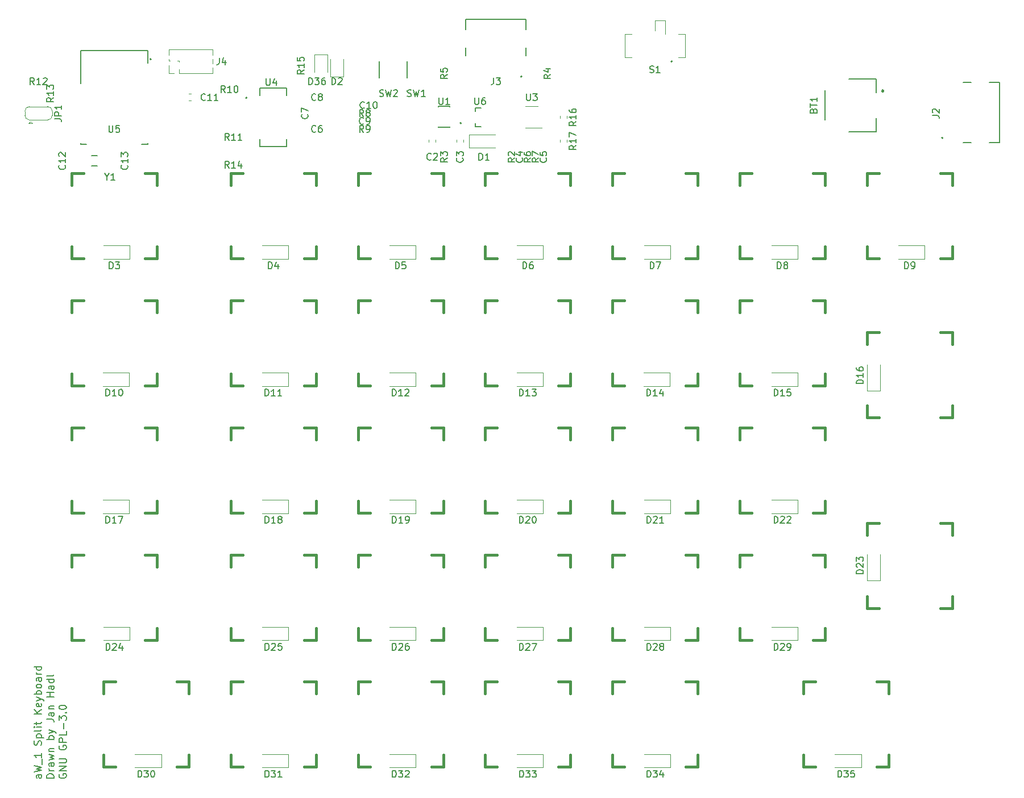
<source format=gbr>
%TF.GenerationSoftware,KiCad,Pcbnew,(5.1.6)-1*%
%TF.CreationDate,2020-07-04T18:05:08+02:00*%
%TF.ProjectId,aW_1,61575f31-2e6b-4696-9361-645f70636258,v1.0*%
%TF.SameCoordinates,Original*%
%TF.FileFunction,Legend,Top*%
%TF.FilePolarity,Positive*%
%FSLAX46Y46*%
G04 Gerber Fmt 4.6, Leading zero omitted, Abs format (unit mm)*
G04 Created by KiCad (PCBNEW (5.1.6)-1) date 2020-07-04 18:05:08*
%MOMM*%
%LPD*%
G01*
G04 APERTURE LIST*
%ADD10C,0.200000*%
%ADD11C,0.152400*%
%ADD12C,0.381000*%
%ADD13C,0.120000*%
%ADD14C,0.100000*%
%ADD15C,0.127000*%
%ADD16C,0.300000*%
%ADD17C,0.160000*%
%ADD18C,0.150000*%
G04 APERTURE END LIST*
D10*
X74441283Y-141841924D02*
X73865092Y-141841924D01*
X73760330Y-141894305D01*
X73707949Y-141999067D01*
X73707949Y-142208591D01*
X73760330Y-142313353D01*
X74388902Y-141841924D02*
X74441283Y-141946686D01*
X74441283Y-142208591D01*
X74388902Y-142313353D01*
X74284140Y-142365734D01*
X74179378Y-142365734D01*
X74074616Y-142313353D01*
X74022235Y-142208591D01*
X74022235Y-141946686D01*
X73969854Y-141841924D01*
X73341283Y-141422877D02*
X74441283Y-141160972D01*
X73655568Y-140951448D01*
X74441283Y-140741924D01*
X73341283Y-140480019D01*
X74546044Y-140322877D02*
X74546044Y-139484781D01*
X74441283Y-138646686D02*
X74441283Y-139275258D01*
X74441283Y-138960972D02*
X73341283Y-138960972D01*
X73498425Y-139065734D01*
X73603187Y-139170496D01*
X73655568Y-139275258D01*
X74388902Y-137389543D02*
X74441283Y-137232400D01*
X74441283Y-136970496D01*
X74388902Y-136865734D01*
X74336521Y-136813353D01*
X74231759Y-136760972D01*
X74126997Y-136760972D01*
X74022235Y-136813353D01*
X73969854Y-136865734D01*
X73917473Y-136970496D01*
X73865092Y-137180019D01*
X73812711Y-137284781D01*
X73760330Y-137337162D01*
X73655568Y-137389543D01*
X73550806Y-137389543D01*
X73446044Y-137337162D01*
X73393664Y-137284781D01*
X73341283Y-137180019D01*
X73341283Y-136918115D01*
X73393664Y-136760972D01*
X73707949Y-136289543D02*
X74807949Y-136289543D01*
X73760330Y-136289543D02*
X73707949Y-136184781D01*
X73707949Y-135975258D01*
X73760330Y-135870496D01*
X73812711Y-135818115D01*
X73917473Y-135765734D01*
X74231759Y-135765734D01*
X74336521Y-135818115D01*
X74388902Y-135870496D01*
X74441283Y-135975258D01*
X74441283Y-136184781D01*
X74388902Y-136289543D01*
X74441283Y-135137162D02*
X74388902Y-135241924D01*
X74284140Y-135294305D01*
X73341283Y-135294305D01*
X74441283Y-134718115D02*
X73707949Y-134718115D01*
X73341283Y-134718115D02*
X73393664Y-134770496D01*
X73446044Y-134718115D01*
X73393664Y-134665734D01*
X73341283Y-134718115D01*
X73446044Y-134718115D01*
X73707949Y-134351448D02*
X73707949Y-133932400D01*
X73341283Y-134194305D02*
X74284140Y-134194305D01*
X74388902Y-134141924D01*
X74441283Y-134037162D01*
X74441283Y-133932400D01*
X74441283Y-132727638D02*
X73341283Y-132727638D01*
X74441283Y-132099067D02*
X73812711Y-132570496D01*
X73341283Y-132099067D02*
X73969854Y-132727638D01*
X74388902Y-131208591D02*
X74441283Y-131313353D01*
X74441283Y-131522877D01*
X74388902Y-131627638D01*
X74284140Y-131680019D01*
X73865092Y-131680019D01*
X73760330Y-131627638D01*
X73707949Y-131522877D01*
X73707949Y-131313353D01*
X73760330Y-131208591D01*
X73865092Y-131156210D01*
X73969854Y-131156210D01*
X74074616Y-131680019D01*
X73707949Y-130789543D02*
X74441283Y-130527638D01*
X73707949Y-130265734D02*
X74441283Y-130527638D01*
X74703187Y-130632400D01*
X74755568Y-130684781D01*
X74807949Y-130789543D01*
X74441283Y-129846686D02*
X73341283Y-129846686D01*
X73760330Y-129846686D02*
X73707949Y-129741924D01*
X73707949Y-129532400D01*
X73760330Y-129427638D01*
X73812711Y-129375258D01*
X73917473Y-129322877D01*
X74231759Y-129322877D01*
X74336521Y-129375258D01*
X74388902Y-129427638D01*
X74441283Y-129532400D01*
X74441283Y-129741924D01*
X74388902Y-129846686D01*
X74441283Y-128694305D02*
X74388902Y-128799067D01*
X74336521Y-128851448D01*
X74231759Y-128903829D01*
X73917473Y-128903829D01*
X73812711Y-128851448D01*
X73760330Y-128799067D01*
X73707949Y-128694305D01*
X73707949Y-128537162D01*
X73760330Y-128432400D01*
X73812711Y-128380019D01*
X73917473Y-128327638D01*
X74231759Y-128327638D01*
X74336521Y-128380019D01*
X74388902Y-128432400D01*
X74441283Y-128537162D01*
X74441283Y-128694305D01*
X74441283Y-127384781D02*
X73865092Y-127384781D01*
X73760330Y-127437162D01*
X73707949Y-127541924D01*
X73707949Y-127751448D01*
X73760330Y-127856210D01*
X74388902Y-127384781D02*
X74441283Y-127489543D01*
X74441283Y-127751448D01*
X74388902Y-127856210D01*
X74284140Y-127908591D01*
X74179378Y-127908591D01*
X74074616Y-127856210D01*
X74022235Y-127751448D01*
X74022235Y-127489543D01*
X73969854Y-127384781D01*
X74441283Y-126860972D02*
X73707949Y-126860972D01*
X73917473Y-126860972D02*
X73812711Y-126808591D01*
X73760330Y-126756210D01*
X73707949Y-126651448D01*
X73707949Y-126546686D01*
X74441283Y-125708591D02*
X73341283Y-125708591D01*
X74388902Y-125708591D02*
X74441283Y-125813353D01*
X74441283Y-126022877D01*
X74388902Y-126127638D01*
X74336521Y-126180019D01*
X74231759Y-126232400D01*
X73917473Y-126232400D01*
X73812711Y-126180019D01*
X73760330Y-126127638D01*
X73707949Y-126022877D01*
X73707949Y-125813353D01*
X73760330Y-125708591D01*
X76291283Y-142313353D02*
X75191283Y-142313353D01*
X75191283Y-142051448D01*
X75243664Y-141894305D01*
X75348425Y-141789543D01*
X75453187Y-141737162D01*
X75662711Y-141684781D01*
X75819854Y-141684781D01*
X76029378Y-141737162D01*
X76134140Y-141789543D01*
X76238902Y-141894305D01*
X76291283Y-142051448D01*
X76291283Y-142313353D01*
X76291283Y-141213353D02*
X75557949Y-141213353D01*
X75767473Y-141213353D02*
X75662711Y-141160972D01*
X75610330Y-141108591D01*
X75557949Y-141003829D01*
X75557949Y-140899067D01*
X76291283Y-140060972D02*
X75715092Y-140060972D01*
X75610330Y-140113353D01*
X75557949Y-140218115D01*
X75557949Y-140427638D01*
X75610330Y-140532400D01*
X76238902Y-140060972D02*
X76291283Y-140165734D01*
X76291283Y-140427638D01*
X76238902Y-140532400D01*
X76134140Y-140584781D01*
X76029378Y-140584781D01*
X75924616Y-140532400D01*
X75872235Y-140427638D01*
X75872235Y-140165734D01*
X75819854Y-140060972D01*
X75557949Y-139641924D02*
X76291283Y-139432400D01*
X75767473Y-139222877D01*
X76291283Y-139013353D01*
X75557949Y-138803829D01*
X75557949Y-138384781D02*
X76291283Y-138384781D01*
X75662711Y-138384781D02*
X75610330Y-138332400D01*
X75557949Y-138227638D01*
X75557949Y-138070496D01*
X75610330Y-137965734D01*
X75715092Y-137913353D01*
X76291283Y-137913353D01*
X76291283Y-136551448D02*
X75191283Y-136551448D01*
X75610330Y-136551448D02*
X75557949Y-136446686D01*
X75557949Y-136237162D01*
X75610330Y-136132400D01*
X75662711Y-136080019D01*
X75767473Y-136027638D01*
X76081759Y-136027638D01*
X76186521Y-136080019D01*
X76238902Y-136132400D01*
X76291283Y-136237162D01*
X76291283Y-136446686D01*
X76238902Y-136551448D01*
X75557949Y-135660972D02*
X76291283Y-135399067D01*
X75557949Y-135137162D02*
X76291283Y-135399067D01*
X76553187Y-135503829D01*
X76605568Y-135556210D01*
X76657949Y-135660972D01*
X75191283Y-133565734D02*
X75976997Y-133565734D01*
X76134140Y-133618115D01*
X76238902Y-133722877D01*
X76291283Y-133880019D01*
X76291283Y-133984781D01*
X76291283Y-132570496D02*
X75715092Y-132570496D01*
X75610330Y-132622877D01*
X75557949Y-132727638D01*
X75557949Y-132937162D01*
X75610330Y-133041924D01*
X76238902Y-132570496D02*
X76291283Y-132675258D01*
X76291283Y-132937162D01*
X76238902Y-133041924D01*
X76134140Y-133094305D01*
X76029378Y-133094305D01*
X75924616Y-133041924D01*
X75872235Y-132937162D01*
X75872235Y-132675258D01*
X75819854Y-132570496D01*
X75557949Y-132046686D02*
X76291283Y-132046686D01*
X75662711Y-132046686D02*
X75610330Y-131994305D01*
X75557949Y-131889543D01*
X75557949Y-131732400D01*
X75610330Y-131627638D01*
X75715092Y-131575258D01*
X76291283Y-131575258D01*
X76291283Y-130213353D02*
X75191283Y-130213353D01*
X75715092Y-130213353D02*
X75715092Y-129584781D01*
X76291283Y-129584781D02*
X75191283Y-129584781D01*
X76291283Y-128589543D02*
X75715092Y-128589543D01*
X75610330Y-128641924D01*
X75557949Y-128746686D01*
X75557949Y-128956210D01*
X75610330Y-129060972D01*
X76238902Y-128589543D02*
X76291283Y-128694305D01*
X76291283Y-128956210D01*
X76238902Y-129060972D01*
X76134140Y-129113353D01*
X76029378Y-129113353D01*
X75924616Y-129060972D01*
X75872235Y-128956210D01*
X75872235Y-128694305D01*
X75819854Y-128589543D01*
X76291283Y-127594305D02*
X75191283Y-127594305D01*
X76238902Y-127594305D02*
X76291283Y-127699067D01*
X76291283Y-127908591D01*
X76238902Y-128013353D01*
X76186521Y-128065734D01*
X76081759Y-128118115D01*
X75767473Y-128118115D01*
X75662711Y-128065734D01*
X75610330Y-128013353D01*
X75557949Y-127908591D01*
X75557949Y-127699067D01*
X75610330Y-127594305D01*
X76291283Y-126913353D02*
X76238902Y-127018115D01*
X76134140Y-127070496D01*
X75191283Y-127070496D01*
X77093664Y-141737162D02*
X77041283Y-141841924D01*
X77041283Y-141999067D01*
X77093664Y-142156210D01*
X77198425Y-142260972D01*
X77303187Y-142313353D01*
X77512711Y-142365734D01*
X77669854Y-142365734D01*
X77879378Y-142313353D01*
X77984140Y-142260972D01*
X78088902Y-142156210D01*
X78141283Y-141999067D01*
X78141283Y-141894305D01*
X78088902Y-141737162D01*
X78036521Y-141684781D01*
X77669854Y-141684781D01*
X77669854Y-141894305D01*
X78141283Y-141213353D02*
X77041283Y-141213353D01*
X78141283Y-140584781D01*
X77041283Y-140584781D01*
X77041283Y-140060972D02*
X77931759Y-140060972D01*
X78036521Y-140008591D01*
X78088902Y-139956210D01*
X78141283Y-139851448D01*
X78141283Y-139641924D01*
X78088902Y-139537162D01*
X78036521Y-139484781D01*
X77931759Y-139432400D01*
X77041283Y-139432400D01*
X77093664Y-137494305D02*
X77041283Y-137599067D01*
X77041283Y-137756210D01*
X77093664Y-137913353D01*
X77198425Y-138018115D01*
X77303187Y-138070496D01*
X77512711Y-138122877D01*
X77669854Y-138122877D01*
X77879378Y-138070496D01*
X77984140Y-138018115D01*
X78088902Y-137913353D01*
X78141283Y-137756210D01*
X78141283Y-137651448D01*
X78088902Y-137494305D01*
X78036521Y-137441924D01*
X77669854Y-137441924D01*
X77669854Y-137651448D01*
X78141283Y-136970496D02*
X77041283Y-136970496D01*
X77041283Y-136551448D01*
X77093664Y-136446686D01*
X77146044Y-136394305D01*
X77250806Y-136341924D01*
X77407949Y-136341924D01*
X77512711Y-136394305D01*
X77565092Y-136446686D01*
X77617473Y-136551448D01*
X77617473Y-136970496D01*
X78141283Y-135346686D02*
X78141283Y-135870496D01*
X77041283Y-135870496D01*
X77722235Y-134980019D02*
X77722235Y-134141924D01*
X77041283Y-133722877D02*
X77041283Y-133041924D01*
X77460330Y-133408591D01*
X77460330Y-133251448D01*
X77512711Y-133146686D01*
X77565092Y-133094305D01*
X77669854Y-133041924D01*
X77931759Y-133041924D01*
X78036521Y-133094305D01*
X78088902Y-133146686D01*
X78141283Y-133251448D01*
X78141283Y-133565734D01*
X78088902Y-133670496D01*
X78036521Y-133722877D01*
X78036521Y-132570496D02*
X78088902Y-132518115D01*
X78141283Y-132570496D01*
X78088902Y-132622877D01*
X78036521Y-132570496D01*
X78141283Y-132570496D01*
X77041283Y-131837162D02*
X77041283Y-131732400D01*
X77093664Y-131627638D01*
X77146044Y-131575258D01*
X77250806Y-131522877D01*
X77460330Y-131470496D01*
X77722235Y-131470496D01*
X77931759Y-131522877D01*
X78036521Y-131575258D01*
X78088902Y-131627638D01*
X78141283Y-131732400D01*
X78141283Y-131837162D01*
X78088902Y-131941924D01*
X78036521Y-131994305D01*
X77931759Y-132046686D01*
X77722235Y-132099067D01*
X77460330Y-132099067D01*
X77250806Y-132046686D01*
X77146044Y-131994305D01*
X77093664Y-131941924D01*
X77041283Y-131837162D01*
D11*
%TO.C,U6*%
X139896968Y-45240612D02*
X139084168Y-45240612D01*
X139084168Y-45240612D02*
X139084168Y-44681812D01*
X139084168Y-42395812D02*
X139896968Y-42395812D01*
X139084168Y-42954612D02*
X139084168Y-42395812D01*
D12*
%TO.C,K33*%
X200602822Y-140671454D02*
X198824822Y-140671454D01*
X200602822Y-138893454D02*
X200602822Y-140671454D01*
X187902822Y-129749454D02*
X187902822Y-127971454D01*
X187902822Y-140671454D02*
X187902822Y-138893454D01*
X189680822Y-140671454D02*
X187902822Y-140671454D01*
X200602822Y-140671454D02*
X198824822Y-140671454D01*
X200602822Y-138893454D02*
X200602822Y-140671454D01*
X200602822Y-127971454D02*
X200602822Y-129749454D01*
X198824822Y-127971454D02*
X200602822Y-127971454D01*
X187902822Y-127971454D02*
X189680822Y-127971454D01*
D13*
%TO.C,R17*%
X152689466Y-47208261D02*
X152689466Y-47533819D01*
X151669466Y-47208261D02*
X151669466Y-47533819D01*
%TO.C,R16*%
X152689466Y-43655433D02*
X152689466Y-43980991D01*
X151669466Y-43655433D02*
X151669466Y-43980991D01*
D12*
%TO.C,K3*%
X121583422Y-52177854D02*
X123361422Y-52177854D01*
X132505422Y-52177854D02*
X134283422Y-52177854D01*
X134283422Y-52177854D02*
X134283422Y-53955854D01*
X134283422Y-63099854D02*
X134283422Y-64877854D01*
X134283422Y-64877854D02*
X132505422Y-64877854D01*
X123361422Y-64877854D02*
X121583422Y-64877854D01*
X121583422Y-64877854D02*
X121583422Y-63099854D01*
X121583422Y-53955854D02*
X121583422Y-52177854D01*
%TO.C,K13*%
X178428622Y-71126254D02*
X180206622Y-71126254D01*
X189350622Y-71126254D02*
X191128622Y-71126254D01*
X191128622Y-71126254D02*
X191128622Y-72904254D01*
X191128622Y-82048254D02*
X191128622Y-83826254D01*
X191128622Y-83826254D02*
X189350622Y-83826254D01*
X180206622Y-83826254D02*
X178428622Y-83826254D01*
X178428622Y-83826254D02*
X178428622Y-82048254D01*
X178428622Y-72904254D02*
X178428622Y-71126254D01*
%TO.C,K7*%
X197377022Y-52177854D02*
X199155022Y-52177854D01*
X208299022Y-52177854D02*
X210077022Y-52177854D01*
X210077022Y-52177854D02*
X210077022Y-53955854D01*
X210077022Y-63099854D02*
X210077022Y-64877854D01*
X210077022Y-64877854D02*
X208299022Y-64877854D01*
X199155022Y-64877854D02*
X197377022Y-64877854D01*
X197377022Y-64877854D02*
X197377022Y-63099854D01*
X197377022Y-53955854D02*
X197377022Y-52177854D01*
%TO.C,K12*%
X159480222Y-71126254D02*
X161258222Y-71126254D01*
X170402222Y-71126254D02*
X172180222Y-71126254D01*
X172180222Y-71126254D02*
X172180222Y-72904254D01*
X172180222Y-82048254D02*
X172180222Y-83826254D01*
X172180222Y-83826254D02*
X170402222Y-83826254D01*
X161258222Y-83826254D02*
X159480222Y-83826254D01*
X159480222Y-83826254D02*
X159480222Y-82048254D01*
X159480222Y-72904254D02*
X159480222Y-71126254D01*
%TO.C,K4*%
X140531822Y-52177854D02*
X142309822Y-52177854D01*
X151453822Y-52177854D02*
X153231822Y-52177854D01*
X153231822Y-52177854D02*
X153231822Y-53955854D01*
X153231822Y-63099854D02*
X153231822Y-64877854D01*
X153231822Y-64877854D02*
X151453822Y-64877854D01*
X142309822Y-64877854D02*
X140531822Y-64877854D01*
X140531822Y-64877854D02*
X140531822Y-63099854D01*
X140531822Y-53955854D02*
X140531822Y-52177854D01*
%TO.C,K16*%
X102635022Y-90074654D02*
X104413022Y-90074654D01*
X113557022Y-90074654D02*
X115335022Y-90074654D01*
X115335022Y-90074654D02*
X115335022Y-91852654D01*
X115335022Y-100996654D02*
X115335022Y-102774654D01*
X115335022Y-102774654D02*
X113557022Y-102774654D01*
X104413022Y-102774654D02*
X102635022Y-102774654D01*
X102635022Y-102774654D02*
X102635022Y-100996654D01*
X102635022Y-91852654D02*
X102635022Y-90074654D01*
%TO.C,K17*%
X121583422Y-90074654D02*
X123361422Y-90074654D01*
X132505422Y-90074654D02*
X134283422Y-90074654D01*
X134283422Y-90074654D02*
X134283422Y-91852654D01*
X134283422Y-100996654D02*
X134283422Y-102774654D01*
X134283422Y-102774654D02*
X132505422Y-102774654D01*
X123361422Y-102774654D02*
X121583422Y-102774654D01*
X121583422Y-102774654D02*
X121583422Y-100996654D01*
X121583422Y-91852654D02*
X121583422Y-90074654D01*
%TO.C,K20*%
X178428622Y-90074654D02*
X180206622Y-90074654D01*
X189350622Y-90074654D02*
X191128622Y-90074654D01*
X191128622Y-90074654D02*
X191128622Y-91852654D01*
X191128622Y-100996654D02*
X191128622Y-102774654D01*
X191128622Y-102774654D02*
X189350622Y-102774654D01*
X180206622Y-102774654D02*
X178428622Y-102774654D01*
X178428622Y-102774654D02*
X178428622Y-100996654D01*
X178428622Y-91852654D02*
X178428622Y-90074654D01*
%TO.C,K5*%
X159480222Y-52177854D02*
X161258222Y-52177854D01*
X170402222Y-52177854D02*
X172180222Y-52177854D01*
X172180222Y-52177854D02*
X172180222Y-53955854D01*
X172180222Y-63099854D02*
X172180222Y-64877854D01*
X172180222Y-64877854D02*
X170402222Y-64877854D01*
X161258222Y-64877854D02*
X159480222Y-64877854D01*
X159480222Y-64877854D02*
X159480222Y-63099854D01*
X159480222Y-53955854D02*
X159480222Y-52177854D01*
%TO.C,K11*%
X140531822Y-71126254D02*
X142309822Y-71126254D01*
X151453822Y-71126254D02*
X153231822Y-71126254D01*
X153231822Y-71126254D02*
X153231822Y-72904254D01*
X153231822Y-82048254D02*
X153231822Y-83826254D01*
X153231822Y-83826254D02*
X151453822Y-83826254D01*
X142309822Y-83826254D02*
X140531822Y-83826254D01*
X140531822Y-83826254D02*
X140531822Y-82048254D01*
X140531822Y-72904254D02*
X140531822Y-71126254D01*
%TO.C,K19*%
X159480222Y-90074654D02*
X161258222Y-90074654D01*
X170402222Y-90074654D02*
X172180222Y-90074654D01*
X172180222Y-90074654D02*
X172180222Y-91852654D01*
X172180222Y-100996654D02*
X172180222Y-102774654D01*
X172180222Y-102774654D02*
X170402222Y-102774654D01*
X161258222Y-102774654D02*
X159480222Y-102774654D01*
X159480222Y-102774654D02*
X159480222Y-100996654D01*
X159480222Y-91852654D02*
X159480222Y-90074654D01*
%TO.C,K18*%
X140531822Y-90074654D02*
X142309822Y-90074654D01*
X151453822Y-90074654D02*
X153231822Y-90074654D01*
X153231822Y-90074654D02*
X153231822Y-91852654D01*
X153231822Y-100996654D02*
X153231822Y-102774654D01*
X153231822Y-102774654D02*
X151453822Y-102774654D01*
X142309822Y-102774654D02*
X140531822Y-102774654D01*
X140531822Y-102774654D02*
X140531822Y-100996654D01*
X140531822Y-91852654D02*
X140531822Y-90074654D01*
%TO.C,K6*%
X178428622Y-52177854D02*
X180206622Y-52177854D01*
X189350622Y-52177854D02*
X191128622Y-52177854D01*
X191128622Y-52177854D02*
X191128622Y-53955854D01*
X191128622Y-63099854D02*
X191128622Y-64877854D01*
X191128622Y-64877854D02*
X189350622Y-64877854D01*
X180206622Y-64877854D02*
X178428622Y-64877854D01*
X178428622Y-64877854D02*
X178428622Y-63099854D01*
X178428622Y-53955854D02*
X178428622Y-52177854D01*
%TO.C,K9*%
X102635022Y-71126254D02*
X104413022Y-71126254D01*
X113557022Y-71126254D02*
X115335022Y-71126254D01*
X115335022Y-71126254D02*
X115335022Y-72904254D01*
X115335022Y-82048254D02*
X115335022Y-83826254D01*
X115335022Y-83826254D02*
X113557022Y-83826254D01*
X104413022Y-83826254D02*
X102635022Y-83826254D01*
X102635022Y-83826254D02*
X102635022Y-82048254D01*
X102635022Y-72904254D02*
X102635022Y-71126254D01*
%TO.C,K10*%
X121583422Y-71126254D02*
X123361422Y-71126254D01*
X132505422Y-71126254D02*
X134283422Y-71126254D01*
X134283422Y-71126254D02*
X134283422Y-72904254D01*
X134283422Y-82048254D02*
X134283422Y-83826254D01*
X134283422Y-83826254D02*
X132505422Y-83826254D01*
X123361422Y-83826254D02*
X121583422Y-83826254D01*
X121583422Y-83826254D02*
X121583422Y-82048254D01*
X121583422Y-72904254D02*
X121583422Y-71126254D01*
%TO.C,K2*%
X102635022Y-52177854D02*
X104413022Y-52177854D01*
X113557022Y-52177854D02*
X115335022Y-52177854D01*
X115335022Y-52177854D02*
X115335022Y-53955854D01*
X115335022Y-63099854D02*
X115335022Y-64877854D01*
X115335022Y-64877854D02*
X113557022Y-64877854D01*
X104413022Y-64877854D02*
X102635022Y-64877854D01*
X102635022Y-64877854D02*
X102635022Y-63099854D01*
X102635022Y-53955854D02*
X102635022Y-52177854D01*
%TO.C,K28*%
X83686622Y-127971454D02*
X85464622Y-127971454D01*
X94608622Y-127971454D02*
X96386622Y-127971454D01*
X96386622Y-127971454D02*
X96386622Y-129749454D01*
X96386622Y-138893454D02*
X96386622Y-140671454D01*
X96386622Y-140671454D02*
X94608622Y-140671454D01*
X85464622Y-140671454D02*
X83686622Y-140671454D01*
X83686622Y-140671454D02*
X83686622Y-138893454D01*
X83686622Y-129749454D02*
X83686622Y-127971454D01*
%TO.C,K30*%
X121583422Y-127971454D02*
X123361422Y-127971454D01*
X132505422Y-127971454D02*
X134283422Y-127971454D01*
X134283422Y-127971454D02*
X134283422Y-129749454D01*
X134283422Y-138893454D02*
X134283422Y-140671454D01*
X134283422Y-140671454D02*
X132505422Y-140671454D01*
X123361422Y-140671454D02*
X121583422Y-140671454D01*
X121583422Y-140671454D02*
X121583422Y-138893454D01*
X121583422Y-129749454D02*
X121583422Y-127971454D01*
%TO.C,K23*%
X102635022Y-109023054D02*
X104413022Y-109023054D01*
X113557022Y-109023054D02*
X115335022Y-109023054D01*
X115335022Y-109023054D02*
X115335022Y-110801054D01*
X115335022Y-119945054D02*
X115335022Y-121723054D01*
X115335022Y-121723054D02*
X113557022Y-121723054D01*
X104413022Y-121723054D02*
X102635022Y-121723054D01*
X102635022Y-121723054D02*
X102635022Y-119945054D01*
X102635022Y-110801054D02*
X102635022Y-109023054D01*
%TO.C,K32*%
X159480222Y-127971454D02*
X161258222Y-127971454D01*
X170402222Y-127971454D02*
X172180222Y-127971454D01*
X172180222Y-127971454D02*
X172180222Y-129749454D01*
X172180222Y-138893454D02*
X172180222Y-140671454D01*
X172180222Y-140671454D02*
X170402222Y-140671454D01*
X161258222Y-140671454D02*
X159480222Y-140671454D01*
X159480222Y-140671454D02*
X159480222Y-138893454D01*
X159480222Y-129749454D02*
X159480222Y-127971454D01*
%TO.C,K27*%
X178428622Y-109023054D02*
X180206622Y-109023054D01*
X189350622Y-109023054D02*
X191128622Y-109023054D01*
X191128622Y-109023054D02*
X191128622Y-110801054D01*
X191128622Y-119945054D02*
X191128622Y-121723054D01*
X191128622Y-121723054D02*
X189350622Y-121723054D01*
X180206622Y-121723054D02*
X178428622Y-121723054D01*
X178428622Y-121723054D02*
X178428622Y-119945054D01*
X178428622Y-110801054D02*
X178428622Y-109023054D01*
%TO.C,K25*%
X140531822Y-109023054D02*
X142309822Y-109023054D01*
X151453822Y-109023054D02*
X153231822Y-109023054D01*
X153231822Y-109023054D02*
X153231822Y-110801054D01*
X153231822Y-119945054D02*
X153231822Y-121723054D01*
X153231822Y-121723054D02*
X151453822Y-121723054D01*
X142309822Y-121723054D02*
X140531822Y-121723054D01*
X140531822Y-121723054D02*
X140531822Y-119945054D01*
X140531822Y-110801054D02*
X140531822Y-109023054D01*
%TO.C,K29*%
X102635022Y-127971454D02*
X104413022Y-127971454D01*
X113557022Y-127971454D02*
X115335022Y-127971454D01*
X115335022Y-127971454D02*
X115335022Y-129749454D01*
X115335022Y-138893454D02*
X115335022Y-140671454D01*
X115335022Y-140671454D02*
X113557022Y-140671454D01*
X104413022Y-140671454D02*
X102635022Y-140671454D01*
X102635022Y-140671454D02*
X102635022Y-138893454D01*
X102635022Y-129749454D02*
X102635022Y-127971454D01*
%TO.C,K26*%
X159480222Y-109023054D02*
X161258222Y-109023054D01*
X170402222Y-109023054D02*
X172180222Y-109023054D01*
X172180222Y-109023054D02*
X172180222Y-110801054D01*
X172180222Y-119945054D02*
X172180222Y-121723054D01*
X172180222Y-121723054D02*
X170402222Y-121723054D01*
X161258222Y-121723054D02*
X159480222Y-121723054D01*
X159480222Y-121723054D02*
X159480222Y-119945054D01*
X159480222Y-110801054D02*
X159480222Y-109023054D01*
%TO.C,K24*%
X121583422Y-109023054D02*
X123361422Y-109023054D01*
X132505422Y-109023054D02*
X134283422Y-109023054D01*
X134283422Y-109023054D02*
X134283422Y-110801054D01*
X134283422Y-119945054D02*
X134283422Y-121723054D01*
X134283422Y-121723054D02*
X132505422Y-121723054D01*
X123361422Y-121723054D02*
X121583422Y-121723054D01*
X121583422Y-121723054D02*
X121583422Y-119945054D01*
X121583422Y-110801054D02*
X121583422Y-109023054D01*
%TO.C,K31*%
X140531822Y-127971454D02*
X142309822Y-127971454D01*
X151453822Y-127971454D02*
X153231822Y-127971454D01*
X153231822Y-127971454D02*
X153231822Y-129749454D01*
X153231822Y-138893454D02*
X153231822Y-140671454D01*
X153231822Y-140671454D02*
X151453822Y-140671454D01*
X142309822Y-140671454D02*
X140531822Y-140671454D01*
X140531822Y-140671454D02*
X140531822Y-138893454D01*
X140531822Y-129749454D02*
X140531822Y-127971454D01*
%TO.C,K14*%
X199155022Y-88563354D02*
X197377022Y-88563354D01*
X197377022Y-88563354D02*
X197377022Y-86785354D01*
X208299022Y-75863354D02*
X210077022Y-75863354D01*
X197377022Y-75863354D02*
X199155022Y-75863354D01*
X197377022Y-77641354D02*
X197377022Y-75863354D01*
X197377022Y-88563354D02*
X197377022Y-86785354D01*
X199155022Y-88563354D02*
X197377022Y-88563354D01*
X210077022Y-88563354D02*
X208299022Y-88563354D01*
X210077022Y-86785354D02*
X210077022Y-88563354D01*
X210077022Y-75863354D02*
X210077022Y-77641354D01*
%TO.C,K8*%
X91649522Y-82048254D02*
X91649522Y-83826254D01*
X91649522Y-83826254D02*
X89871522Y-83826254D01*
X78949522Y-72904254D02*
X78949522Y-71126254D01*
X78949522Y-83826254D02*
X78949522Y-82048254D01*
X80727522Y-83826254D02*
X78949522Y-83826254D01*
X91649522Y-83826254D02*
X89871522Y-83826254D01*
X91649522Y-82048254D02*
X91649522Y-83826254D01*
X91649522Y-71126254D02*
X91649522Y-72904254D01*
X89871522Y-71126254D02*
X91649522Y-71126254D01*
X78949522Y-71126254D02*
X80727522Y-71126254D01*
%TO.C,K21*%
X199155022Y-116985954D02*
X197377022Y-116985954D01*
X197377022Y-116985954D02*
X197377022Y-115207954D01*
X208299022Y-104285954D02*
X210077022Y-104285954D01*
X197377022Y-104285954D02*
X199155022Y-104285954D01*
X197377022Y-106063954D02*
X197377022Y-104285954D01*
X197377022Y-116985954D02*
X197377022Y-115207954D01*
X199155022Y-116985954D02*
X197377022Y-116985954D01*
X210077022Y-116985954D02*
X208299022Y-116985954D01*
X210077022Y-115207954D02*
X210077022Y-116985954D01*
X210077022Y-104285954D02*
X210077022Y-106063954D01*
%TO.C,K22*%
X91649522Y-119945054D02*
X91649522Y-121723054D01*
X91649522Y-121723054D02*
X89871522Y-121723054D01*
X78949522Y-110801054D02*
X78949522Y-109023054D01*
X78949522Y-121723054D02*
X78949522Y-119945054D01*
X80727522Y-121723054D02*
X78949522Y-121723054D01*
X91649522Y-121723054D02*
X89871522Y-121723054D01*
X91649522Y-119945054D02*
X91649522Y-121723054D01*
X91649522Y-109023054D02*
X91649522Y-110801054D01*
X89871522Y-109023054D02*
X91649522Y-109023054D01*
X78949522Y-109023054D02*
X80727522Y-109023054D01*
%TO.C,K1*%
X91649522Y-63099854D02*
X91649522Y-64877854D01*
X91649522Y-64877854D02*
X89871522Y-64877854D01*
X78949522Y-53955854D02*
X78949522Y-52177854D01*
X78949522Y-64877854D02*
X78949522Y-63099854D01*
X80727522Y-64877854D02*
X78949522Y-64877854D01*
X91649522Y-64877854D02*
X89871522Y-64877854D01*
X91649522Y-63099854D02*
X91649522Y-64877854D01*
X91649522Y-52177854D02*
X91649522Y-53955854D01*
X89871522Y-52177854D02*
X91649522Y-52177854D01*
X78949522Y-52177854D02*
X80727522Y-52177854D01*
%TO.C,K15*%
X91649522Y-100996654D02*
X91649522Y-102774654D01*
X91649522Y-102774654D02*
X89871522Y-102774654D01*
X78949522Y-91852654D02*
X78949522Y-90074654D01*
X78949522Y-102774654D02*
X78949522Y-100996654D01*
X80727522Y-102774654D02*
X78949522Y-102774654D01*
X91649522Y-102774654D02*
X89871522Y-102774654D01*
X91649522Y-100996654D02*
X91649522Y-102774654D01*
X91649522Y-90074654D02*
X91649522Y-91852654D01*
X89871522Y-90074654D02*
X91649522Y-90074654D01*
X78949522Y-90074654D02*
X80727522Y-90074654D01*
D14*
%TO.C,S1*%
X169298640Y-34909728D02*
X170298640Y-34909728D01*
X170298640Y-34909728D02*
X170298640Y-31409728D01*
X170298640Y-31409728D02*
X169298640Y-31409728D01*
X162298640Y-34909728D02*
X161298640Y-34909728D01*
X161298640Y-34909728D02*
X161298640Y-31409728D01*
X161298640Y-31409728D02*
X162298640Y-31409728D01*
X167298640Y-31409728D02*
X167298640Y-29409728D01*
X167298640Y-29409728D02*
X165798640Y-29409728D01*
X165798640Y-29409728D02*
X165798640Y-30909728D01*
D10*
X168198640Y-35509728D02*
G75*
G02*
X168398640Y-35509728I100000J0D01*
G01*
X168398640Y-35509728D02*
G75*
G02*
X168198640Y-35509728I-100000J0D01*
G01*
D13*
%TO.C,J4*%
X93389942Y-37250418D02*
X93389942Y-36120418D01*
X94149942Y-37250418D02*
X93389942Y-37250418D01*
X93454942Y-34542888D02*
X93454942Y-33720418D01*
X93454942Y-35360418D02*
X93454942Y-35157948D01*
X93586471Y-35360418D02*
X93454942Y-35360418D01*
X94856471Y-35360418D02*
X94713413Y-35360418D01*
X94909942Y-35556947D02*
X94909942Y-35413889D01*
X94909942Y-37250418D02*
X94909942Y-36683889D01*
X93454942Y-33720418D02*
X99924942Y-33720418D01*
X94909942Y-37250418D02*
X99924942Y-37250418D01*
X99924942Y-35812888D02*
X99924942Y-35157948D01*
X99924942Y-34542888D02*
X99924942Y-33720418D01*
X99924942Y-37250418D02*
X99924942Y-36427948D01*
D10*
%TO.C,SW2*%
X124725394Y-35512556D02*
X124725394Y-37912556D01*
D13*
%TO.C,D35*%
X196502822Y-140744568D02*
X192602822Y-140744568D01*
X196502822Y-138744568D02*
X192602822Y-138744568D01*
X196502822Y-140744568D02*
X196502822Y-138744568D01*
%TO.C,D34*%
X168080222Y-140744568D02*
X164180222Y-140744568D01*
X168080222Y-138744568D02*
X164180222Y-138744568D01*
X168080222Y-140744568D02*
X168080222Y-138744568D01*
%TO.C,D33*%
X149131822Y-140744568D02*
X145231822Y-140744568D01*
X149131822Y-138744568D02*
X145231822Y-138744568D01*
X149131822Y-140744568D02*
X149131822Y-138744568D01*
%TO.C,D32*%
X130183422Y-140744568D02*
X126283422Y-140744568D01*
X130183422Y-138744568D02*
X126283422Y-138744568D01*
X130183422Y-140744568D02*
X130183422Y-138744568D01*
%TO.C,D31*%
X111235022Y-140744568D02*
X107335022Y-140744568D01*
X111235022Y-138744568D02*
X107335022Y-138744568D01*
X111235022Y-140744568D02*
X111235022Y-138744568D01*
%TO.C,D30*%
X92280272Y-140744568D02*
X88380272Y-140744568D01*
X92280272Y-138744568D02*
X88380272Y-138744568D01*
X92280272Y-140744568D02*
X92280272Y-138744568D01*
%TO.C,D29*%
X187028622Y-121796152D02*
X183128622Y-121796152D01*
X187028622Y-119796152D02*
X183128622Y-119796152D01*
X187028622Y-121796152D02*
X187028622Y-119796152D01*
%TO.C,D28*%
X168080222Y-121796152D02*
X164180222Y-121796152D01*
X168080222Y-119796152D02*
X164180222Y-119796152D01*
X168080222Y-121796152D02*
X168080222Y-119796152D01*
%TO.C,D27*%
X149100224Y-121796152D02*
X145200224Y-121796152D01*
X149100224Y-119796152D02*
X145200224Y-119796152D01*
X149100224Y-121796152D02*
X149100224Y-119796152D01*
%TO.C,D26*%
X130183422Y-121796152D02*
X126283422Y-121796152D01*
X130183422Y-119796152D02*
X126283422Y-119796152D01*
X130183422Y-121796152D02*
X130183422Y-119796152D01*
%TO.C,D25*%
X111235022Y-121796152D02*
X107335022Y-121796152D01*
X111235022Y-119796152D02*
X107335022Y-119796152D01*
X111235022Y-121796152D02*
X111235022Y-119796152D01*
%TO.C,D24*%
X87549522Y-121796152D02*
X83649522Y-121796152D01*
X87549522Y-119796152D02*
X83649522Y-119796152D01*
X87549522Y-121796152D02*
X87549522Y-119796152D01*
%TO.C,D23*%
X197366230Y-112885954D02*
X197366230Y-108985954D01*
X199366230Y-112885954D02*
X199366230Y-108985954D01*
X197366230Y-112885954D02*
X199366230Y-112885954D01*
%TO.C,D22*%
X187028622Y-102847736D02*
X183128622Y-102847736D01*
X187028622Y-100847736D02*
X183128622Y-100847736D01*
X187028622Y-102847736D02*
X187028622Y-100847736D01*
%TO.C,D21*%
X168080222Y-102847736D02*
X164180222Y-102847736D01*
X168080222Y-100847736D02*
X164180222Y-100847736D01*
X168080222Y-102847736D02*
X168080222Y-100847736D01*
%TO.C,D20*%
X149100224Y-102847736D02*
X145200224Y-102847736D01*
X149100224Y-100847736D02*
X145200224Y-100847736D01*
X149100224Y-102847736D02*
X149100224Y-100847736D01*
%TO.C,D19*%
X130183422Y-102847736D02*
X126283422Y-102847736D01*
X130183422Y-100847736D02*
X126283422Y-100847736D01*
X130183422Y-102847736D02*
X130183422Y-100847736D01*
%TO.C,D18*%
X111225273Y-102847736D02*
X107325273Y-102847736D01*
X111225273Y-100847736D02*
X107325273Y-100847736D01*
X111225273Y-102847736D02*
X111225273Y-100847736D01*
%TO.C,D17*%
X87517872Y-102847736D02*
X83617872Y-102847736D01*
X87517872Y-100847736D02*
X83617872Y-100847736D01*
X87517872Y-102847736D02*
X87517872Y-100847736D01*
%TO.C,D16*%
X197366230Y-84557182D02*
X197366230Y-80657182D01*
X199366230Y-84557182D02*
X199366230Y-80657182D01*
X197366230Y-84557182D02*
X199366230Y-84557182D01*
%TO.C,D15*%
X187028622Y-83899320D02*
X183128622Y-83899320D01*
X187028622Y-81899320D02*
X183128622Y-81899320D01*
X187028622Y-83899320D02*
X187028622Y-81899320D01*
%TO.C,D14*%
X168048640Y-83899320D02*
X164148640Y-83899320D01*
X168048640Y-81899320D02*
X164148640Y-81899320D01*
X168048640Y-83899320D02*
X168048640Y-81899320D01*
%TO.C,D13*%
X149100224Y-83899320D02*
X145200224Y-83899320D01*
X149100224Y-81899320D02*
X145200224Y-81899320D01*
X149100224Y-83899320D02*
X149100224Y-81899320D01*
%TO.C,D12*%
X130151808Y-83899320D02*
X126251808Y-83899320D01*
X130151808Y-81899320D02*
X126251808Y-81899320D01*
X130151808Y-83899320D02*
X130151808Y-81899320D01*
%TO.C,D11*%
X111203392Y-83899320D02*
X107303392Y-83899320D01*
X111203392Y-81899320D02*
X107303392Y-81899320D01*
X111203392Y-83899320D02*
X111203392Y-81899320D01*
%TO.C,D10*%
X87517872Y-83899320D02*
X83617872Y-83899320D01*
X87517872Y-81899320D02*
X83617872Y-81899320D01*
X87517872Y-83899320D02*
X87517872Y-81899320D01*
%TO.C,D9*%
X205977022Y-64950904D02*
X202077022Y-64950904D01*
X205977022Y-62950904D02*
X202077022Y-62950904D01*
X205977022Y-64950904D02*
X205977022Y-62950904D01*
%TO.C,D8*%
X187028622Y-64950904D02*
X183128622Y-64950904D01*
X187028622Y-62950904D02*
X183128622Y-62950904D01*
X187028622Y-64950904D02*
X187028622Y-62950904D01*
%TO.C,D7*%
X168080222Y-64950904D02*
X164180222Y-64950904D01*
X168080222Y-62950904D02*
X164180222Y-62950904D01*
X168080222Y-64950904D02*
X168080222Y-62950904D01*
%TO.C,D6*%
X149131822Y-64950904D02*
X145231822Y-64950904D01*
X149131822Y-62950904D02*
X145231822Y-62950904D01*
X149131822Y-64950904D02*
X149131822Y-62950904D01*
%TO.C,D5*%
X130151808Y-64950904D02*
X126251808Y-64950904D01*
X130151808Y-62950904D02*
X126251808Y-62950904D01*
X130151808Y-64950904D02*
X130151808Y-62950904D01*
%TO.C,D4*%
X111235022Y-64950904D02*
X107335022Y-64950904D01*
X111235022Y-62950904D02*
X107335022Y-62950904D01*
X111235022Y-64950904D02*
X111235022Y-62950904D01*
%TO.C,D3*%
X87549522Y-64950904D02*
X83649522Y-64950904D01*
X87549522Y-62950904D02*
X83649522Y-62950904D01*
X87549522Y-64950904D02*
X87549522Y-62950904D01*
D15*
%TO.C,BT1*%
X198716230Y-45991798D02*
X198716230Y-43941798D01*
X198716230Y-40141798D02*
X198716230Y-38091798D01*
X198716230Y-38091798D02*
X194716230Y-38091798D01*
D16*
X199816230Y-39891798D02*
G75*
G03*
X199816230Y-39891798I-100000J0D01*
G01*
D15*
X191116230Y-39841798D02*
X191116230Y-44241798D01*
X194716230Y-45991798D02*
X198716230Y-45991798D01*
D13*
%TO.C,C2*%
X133148912Y-47208261D02*
X133148912Y-47533819D01*
X132128912Y-47208261D02*
X132128912Y-47533819D01*
%TO.C,C3*%
X137293878Y-47208261D02*
X137293878Y-47533819D01*
X136273878Y-47208261D02*
X136273878Y-47533819D01*
%TO.C,C11*%
X96681273Y-41367522D02*
X96355715Y-41367522D01*
X96681273Y-40347522D02*
X96355715Y-40347522D01*
%TO.C,D1*%
X138086706Y-46371040D02*
X138086706Y-48371040D01*
X138086706Y-48371040D02*
X141986706Y-48371040D01*
X138086706Y-46371040D02*
X141986706Y-46371040D01*
%TO.C,D2*%
X117467600Y-35120418D02*
X117467600Y-37805418D01*
X117467600Y-37805418D02*
X119387600Y-37805418D01*
X119387600Y-37805418D02*
X119387600Y-35120418D01*
%TO.C,D36*%
X117019048Y-37120418D02*
X117019048Y-34435418D01*
X117019048Y-34435418D02*
X115099048Y-34435418D01*
X115099048Y-34435418D02*
X115099048Y-37120418D01*
D10*
%TO.C,J2*%
X215591128Y-47594352D02*
X217081128Y-47594352D01*
X217081128Y-47594352D02*
X217081128Y-38654352D01*
X217081128Y-38654352D02*
X215591128Y-38654352D01*
X211661128Y-47594352D02*
X212871128Y-47594352D01*
X211661128Y-38654352D02*
X212871128Y-38654352D01*
X208671128Y-46904352D02*
G75*
G03*
X208671128Y-46904352I-100000J0D01*
G01*
%TO.C,J3*%
X146583120Y-30738280D02*
X146583120Y-29248280D01*
X146583120Y-29248280D02*
X137643120Y-29248280D01*
X137643120Y-29248280D02*
X137643120Y-30738280D01*
X146583120Y-34668280D02*
X146583120Y-33458280D01*
X137643120Y-34668280D02*
X137643120Y-33458280D01*
X145993120Y-37758280D02*
G75*
G03*
X145993120Y-37758280I-100000J0D01*
G01*
D13*
%TO.C,JP1*%
X72817250Y-44426074D02*
X73117250Y-44726074D01*
X72517250Y-44726074D02*
X73117250Y-44726074D01*
X72817250Y-44426074D02*
X72517250Y-44726074D01*
X71967250Y-43526074D02*
X71967250Y-42926074D01*
X75417250Y-44226074D02*
X72617250Y-44226074D01*
X76067250Y-42926074D02*
X76067250Y-43526074D01*
X72617250Y-42226074D02*
X75417250Y-42226074D01*
X71967250Y-42926074D02*
G75*
G02*
X72667250Y-42226074I700000J0D01*
G01*
X72667250Y-44226074D02*
G75*
G02*
X71967250Y-43526074I0J700000D01*
G01*
X76067250Y-43526074D02*
G75*
G02*
X75367250Y-44226074I-700000J0D01*
G01*
X75367250Y-42226074D02*
G75*
G02*
X76067250Y-42926074I0J-700000D01*
G01*
D10*
%TO.C,SW1*%
X128870360Y-35512556D02*
X128870360Y-37912556D01*
D15*
%TO.C,U1*%
X133565326Y-45291924D02*
X135265326Y-45291924D01*
X133565326Y-42191924D02*
X135265326Y-42191924D01*
X135265326Y-42191924D02*
X135265326Y-42291924D01*
X133565326Y-42191924D02*
X133565326Y-42291924D01*
X133565326Y-45291924D02*
X133565326Y-45191924D01*
X135265326Y-45291924D02*
X135265326Y-45191924D01*
D10*
X136984326Y-44691924D02*
G75*
G03*
X136984326Y-44691924I-100000J0D01*
G01*
D13*
%TO.C,U3*%
X148342362Y-42208212D02*
X146542362Y-42208212D01*
X146542362Y-45428212D02*
X148992362Y-45428212D01*
D15*
%TO.C,U4*%
X106963392Y-40578212D02*
X106963392Y-39448212D01*
X106963392Y-39448212D02*
X110943392Y-39448212D01*
X110943392Y-39448212D02*
X110943392Y-40578212D01*
X106963392Y-47058212D02*
X106963392Y-48188212D01*
X106963392Y-48188212D02*
X110943392Y-48188212D01*
X110943392Y-48188212D02*
X110943392Y-47058212D01*
D10*
X105053392Y-40918212D02*
G75*
G03*
X105053392Y-40918212I-100000J0D01*
G01*
D15*
%TO.C,U5*%
X90267872Y-33857522D02*
X80267872Y-33857522D01*
D10*
X90776872Y-35171522D02*
G75*
G03*
X90776872Y-35171522I-100000J0D01*
G01*
D15*
X90267872Y-47657522D02*
X90267872Y-47857522D01*
X90267872Y-47857522D02*
X89367872Y-47857522D01*
X80267872Y-47657522D02*
X80267872Y-47857522D01*
X80267872Y-47857522D02*
X81167872Y-47857522D01*
X90267872Y-35757522D02*
X90267872Y-33857522D01*
X80267872Y-38757522D02*
X80267872Y-33857522D01*
%TO.C,Y1*%
X81867182Y-49581730D02*
X82747182Y-49581730D01*
X81867182Y-51081730D02*
X82747182Y-51081730D01*
%TO.C,R12*%
D17*
X73374392Y-38941350D02*
X73041059Y-38465160D01*
X72802964Y-38941350D02*
X72802964Y-37941350D01*
X73183916Y-37941350D01*
X73279154Y-37988970D01*
X73326773Y-38036589D01*
X73374392Y-38131827D01*
X73374392Y-38274684D01*
X73326773Y-38369922D01*
X73279154Y-38417541D01*
X73183916Y-38465160D01*
X72802964Y-38465160D01*
X74326773Y-38941350D02*
X73755345Y-38941350D01*
X74041059Y-38941350D02*
X74041059Y-37941350D01*
X73945821Y-38084208D01*
X73850583Y-38179446D01*
X73755345Y-38227065D01*
X74707726Y-38036589D02*
X74755345Y-37988970D01*
X74850583Y-37941350D01*
X75088678Y-37941350D01*
X75183916Y-37988970D01*
X75231535Y-38036589D01*
X75279154Y-38131827D01*
X75279154Y-38227065D01*
X75231535Y-38369922D01*
X74660107Y-38941350D01*
X75279154Y-38941350D01*
%TO.C,U6*%
D18*
X138979987Y-40900117D02*
X138979987Y-41712484D01*
X139027773Y-41808057D01*
X139075560Y-41855843D01*
X139171132Y-41903629D01*
X139362277Y-41903629D01*
X139457850Y-41855843D01*
X139505636Y-41808057D01*
X139553422Y-41712484D01*
X139553422Y-40900117D01*
X140461362Y-40900117D02*
X140270217Y-40900117D01*
X140174644Y-40947904D01*
X140126858Y-40995690D01*
X140031285Y-41139049D01*
X139983499Y-41330194D01*
X139983499Y-41712484D01*
X140031285Y-41808057D01*
X140079072Y-41855843D01*
X140174644Y-41903629D01*
X140365789Y-41903629D01*
X140461362Y-41855843D01*
X140509148Y-41808057D01*
X140556934Y-41712484D01*
X140556934Y-41473553D01*
X140509148Y-41377980D01*
X140461362Y-41330194D01*
X140365789Y-41282408D01*
X140174644Y-41282408D01*
X140079072Y-41330194D01*
X140031285Y-41377980D01*
X139983499Y-41473553D01*
%TO.C,R17*%
X154061846Y-48013897D02*
X153585656Y-48347230D01*
X154061846Y-48585325D02*
X153061846Y-48585325D01*
X153061846Y-48204373D01*
X153109466Y-48109135D01*
X153157085Y-48061516D01*
X153252323Y-48013897D01*
X153395180Y-48013897D01*
X153490418Y-48061516D01*
X153538037Y-48109135D01*
X153585656Y-48204373D01*
X153585656Y-48585325D01*
X154061846Y-47061516D02*
X154061846Y-47632944D01*
X154061846Y-47347230D02*
X153061846Y-47347230D01*
X153204704Y-47442468D01*
X153299942Y-47537706D01*
X153347561Y-47632944D01*
X153061846Y-46728182D02*
X153061846Y-46061516D01*
X154061846Y-46490087D01*
%TO.C,R16*%
X154061846Y-44461069D02*
X153585656Y-44794402D01*
X154061846Y-45032497D02*
X153061846Y-45032497D01*
X153061846Y-44651545D01*
X153109466Y-44556307D01*
X153157085Y-44508688D01*
X153252323Y-44461069D01*
X153395180Y-44461069D01*
X153490418Y-44508688D01*
X153538037Y-44556307D01*
X153585656Y-44651545D01*
X153585656Y-45032497D01*
X154061846Y-43508688D02*
X154061846Y-44080116D01*
X154061846Y-43794402D02*
X153061846Y-43794402D01*
X153204704Y-43889640D01*
X153299942Y-43984878D01*
X153347561Y-44080116D01*
X153061846Y-42651545D02*
X153061846Y-42842021D01*
X153109466Y-42937259D01*
X153157085Y-42984878D01*
X153299942Y-43080116D01*
X153490418Y-43127735D01*
X153871370Y-43127735D01*
X153966608Y-43080116D01*
X154014227Y-43032497D01*
X154061846Y-42937259D01*
X154061846Y-42746783D01*
X154014227Y-42651545D01*
X153966608Y-42603926D01*
X153871370Y-42556307D01*
X153633275Y-42556307D01*
X153538037Y-42603926D01*
X153490418Y-42651545D01*
X153442799Y-42746783D01*
X153442799Y-42937259D01*
X153490418Y-43032497D01*
X153538037Y-43080116D01*
X153633275Y-43127735D01*
%TO.C,S1*%
X165036087Y-37117661D02*
X165179066Y-37165321D01*
X165417363Y-37165321D01*
X165512682Y-37117661D01*
X165560342Y-37070002D01*
X165608001Y-36974683D01*
X165608001Y-36879364D01*
X165560342Y-36784045D01*
X165512682Y-36736385D01*
X165417363Y-36688726D01*
X165226725Y-36641066D01*
X165131406Y-36593407D01*
X165083747Y-36545747D01*
X165036087Y-36450428D01*
X165036087Y-36355109D01*
X165083747Y-36259790D01*
X165131406Y-36212131D01*
X165226725Y-36164471D01*
X165465023Y-36164471D01*
X165608001Y-36212131D01*
X166561192Y-37165321D02*
X165989278Y-37165321D01*
X166275235Y-37165321D02*
X166275235Y-36164471D01*
X166179916Y-36307450D01*
X166084597Y-36402769D01*
X165989278Y-36450428D01*
%TO.C,J4*%
D17*
X100922264Y-34980660D02*
X100922264Y-35694946D01*
X100874645Y-35837803D01*
X100779407Y-35933041D01*
X100636550Y-35980660D01*
X100541312Y-35980660D01*
X101827026Y-35313994D02*
X101827026Y-35980660D01*
X101588931Y-34933041D02*
X101350836Y-35647327D01*
X101969883Y-35647327D01*
%TO.C,SW2*%
X124792060Y-40670145D02*
X124934917Y-40717764D01*
X125173013Y-40717764D01*
X125268251Y-40670145D01*
X125315870Y-40622526D01*
X125363489Y-40527288D01*
X125363489Y-40432050D01*
X125315870Y-40336812D01*
X125268251Y-40289193D01*
X125173013Y-40241574D01*
X124982536Y-40193955D01*
X124887298Y-40146336D01*
X124839679Y-40098717D01*
X124792060Y-40003479D01*
X124792060Y-39908241D01*
X124839679Y-39813003D01*
X124887298Y-39765384D01*
X124982536Y-39717764D01*
X125220632Y-39717764D01*
X125363489Y-39765384D01*
X125696822Y-39717764D02*
X125934917Y-40717764D01*
X126125394Y-40003479D01*
X126315870Y-40717764D01*
X126553965Y-39717764D01*
X126887298Y-39813003D02*
X126934917Y-39765384D01*
X127030155Y-39717764D01*
X127268251Y-39717764D01*
X127363489Y-39765384D01*
X127411108Y-39813003D01*
X127458727Y-39908241D01*
X127458727Y-40003479D01*
X127411108Y-40146336D01*
X126839679Y-40717764D01*
X127458727Y-40717764D01*
%TO.C,R10*%
X101797016Y-40125626D02*
X101463683Y-39649436D01*
X101225588Y-40125626D02*
X101225588Y-39125626D01*
X101606540Y-39125626D01*
X101701778Y-39173246D01*
X101749397Y-39220865D01*
X101797016Y-39316103D01*
X101797016Y-39458960D01*
X101749397Y-39554198D01*
X101701778Y-39601817D01*
X101606540Y-39649436D01*
X101225588Y-39649436D01*
X102749397Y-40125626D02*
X102177969Y-40125626D01*
X102463683Y-40125626D02*
X102463683Y-39125626D01*
X102368445Y-39268484D01*
X102273207Y-39363722D01*
X102177969Y-39411341D01*
X103368445Y-39125626D02*
X103463683Y-39125626D01*
X103558921Y-39173246D01*
X103606540Y-39220865D01*
X103654159Y-39316103D01*
X103701778Y-39506579D01*
X103701778Y-39744674D01*
X103654159Y-39935150D01*
X103606540Y-40030388D01*
X103558921Y-40078007D01*
X103463683Y-40125626D01*
X103368445Y-40125626D01*
X103273207Y-40078007D01*
X103225588Y-40030388D01*
X103177969Y-39935150D01*
X103130350Y-39744674D01*
X103130350Y-39506579D01*
X103177969Y-39316103D01*
X103225588Y-39220865D01*
X103273207Y-39173246D01*
X103368445Y-39125626D01*
%TO.C,R11*%
X102389154Y-47231282D02*
X102055821Y-46755092D01*
X101817726Y-47231282D02*
X101817726Y-46231282D01*
X102198678Y-46231282D01*
X102293916Y-46278902D01*
X102341535Y-46326521D01*
X102389154Y-46421759D01*
X102389154Y-46564616D01*
X102341535Y-46659854D01*
X102293916Y-46707473D01*
X102198678Y-46755092D01*
X101817726Y-46755092D01*
X103341535Y-47231282D02*
X102770107Y-47231282D01*
X103055821Y-47231282D02*
X103055821Y-46231282D01*
X102960583Y-46374140D01*
X102865345Y-46469378D01*
X102770107Y-46516997D01*
X104293916Y-47231282D02*
X103722488Y-47231282D01*
X104008202Y-47231282D02*
X104008202Y-46231282D01*
X103912964Y-46374140D01*
X103817726Y-46469378D01*
X103722488Y-46516997D01*
%TO.C,R14*%
X102389154Y-51376248D02*
X102055821Y-50900058D01*
X101817726Y-51376248D02*
X101817726Y-50376248D01*
X102198678Y-50376248D01*
X102293916Y-50423868D01*
X102341535Y-50471487D01*
X102389154Y-50566725D01*
X102389154Y-50709582D01*
X102341535Y-50804820D01*
X102293916Y-50852439D01*
X102198678Y-50900058D01*
X101817726Y-50900058D01*
X103341535Y-51376248D02*
X102770107Y-51376248D01*
X103055821Y-51376248D02*
X103055821Y-50376248D01*
X102960583Y-50519106D01*
X102865345Y-50614344D01*
X102770107Y-50661963D01*
X104198678Y-50709582D02*
X104198678Y-51376248D01*
X103960583Y-50328629D02*
X103722488Y-51042915D01*
X104341535Y-51042915D01*
%TO.C,D35*%
X193038536Y-142196948D02*
X193038536Y-141196948D01*
X193276631Y-141196948D01*
X193419488Y-141244568D01*
X193514726Y-141339806D01*
X193562345Y-141435044D01*
X193609964Y-141625520D01*
X193609964Y-141768377D01*
X193562345Y-141958853D01*
X193514726Y-142054091D01*
X193419488Y-142149329D01*
X193276631Y-142196948D01*
X193038536Y-142196948D01*
X193943298Y-141196948D02*
X194562345Y-141196948D01*
X194229012Y-141577901D01*
X194371869Y-141577901D01*
X194467107Y-141625520D01*
X194514726Y-141673139D01*
X194562345Y-141768377D01*
X194562345Y-142006472D01*
X194514726Y-142101710D01*
X194467107Y-142149329D01*
X194371869Y-142196948D01*
X194086155Y-142196948D01*
X193990917Y-142149329D01*
X193943298Y-142101710D01*
X195467107Y-141196948D02*
X194990917Y-141196948D01*
X194943298Y-141673139D01*
X194990917Y-141625520D01*
X195086155Y-141577901D01*
X195324250Y-141577901D01*
X195419488Y-141625520D01*
X195467107Y-141673139D01*
X195514726Y-141768377D01*
X195514726Y-142006472D01*
X195467107Y-142101710D01*
X195419488Y-142149329D01*
X195324250Y-142196948D01*
X195086155Y-142196948D01*
X194990917Y-142149329D01*
X194943298Y-142101710D01*
%TO.C,D34*%
X164615936Y-142196948D02*
X164615936Y-141196948D01*
X164854031Y-141196948D01*
X164996888Y-141244568D01*
X165092126Y-141339806D01*
X165139745Y-141435044D01*
X165187364Y-141625520D01*
X165187364Y-141768377D01*
X165139745Y-141958853D01*
X165092126Y-142054091D01*
X164996888Y-142149329D01*
X164854031Y-142196948D01*
X164615936Y-142196948D01*
X165520698Y-141196948D02*
X166139745Y-141196948D01*
X165806412Y-141577901D01*
X165949269Y-141577901D01*
X166044507Y-141625520D01*
X166092126Y-141673139D01*
X166139745Y-141768377D01*
X166139745Y-142006472D01*
X166092126Y-142101710D01*
X166044507Y-142149329D01*
X165949269Y-142196948D01*
X165663555Y-142196948D01*
X165568317Y-142149329D01*
X165520698Y-142101710D01*
X166996888Y-141530282D02*
X166996888Y-142196948D01*
X166758793Y-141149329D02*
X166520698Y-141863615D01*
X167139745Y-141863615D01*
%TO.C,D33*%
X145667536Y-142196948D02*
X145667536Y-141196948D01*
X145905631Y-141196948D01*
X146048488Y-141244568D01*
X146143726Y-141339806D01*
X146191345Y-141435044D01*
X146238964Y-141625520D01*
X146238964Y-141768377D01*
X146191345Y-141958853D01*
X146143726Y-142054091D01*
X146048488Y-142149329D01*
X145905631Y-142196948D01*
X145667536Y-142196948D01*
X146572298Y-141196948D02*
X147191345Y-141196948D01*
X146858012Y-141577901D01*
X147000869Y-141577901D01*
X147096107Y-141625520D01*
X147143726Y-141673139D01*
X147191345Y-141768377D01*
X147191345Y-142006472D01*
X147143726Y-142101710D01*
X147096107Y-142149329D01*
X147000869Y-142196948D01*
X146715155Y-142196948D01*
X146619917Y-142149329D01*
X146572298Y-142101710D01*
X147524679Y-141196948D02*
X148143726Y-141196948D01*
X147810393Y-141577901D01*
X147953250Y-141577901D01*
X148048488Y-141625520D01*
X148096107Y-141673139D01*
X148143726Y-141768377D01*
X148143726Y-142006472D01*
X148096107Y-142101710D01*
X148048488Y-142149329D01*
X147953250Y-142196948D01*
X147667536Y-142196948D01*
X147572298Y-142149329D01*
X147524679Y-142101710D01*
%TO.C,D32*%
X126719136Y-142196948D02*
X126719136Y-141196948D01*
X126957231Y-141196948D01*
X127100088Y-141244568D01*
X127195326Y-141339806D01*
X127242945Y-141435044D01*
X127290564Y-141625520D01*
X127290564Y-141768377D01*
X127242945Y-141958853D01*
X127195326Y-142054091D01*
X127100088Y-142149329D01*
X126957231Y-142196948D01*
X126719136Y-142196948D01*
X127623898Y-141196948D02*
X128242945Y-141196948D01*
X127909612Y-141577901D01*
X128052469Y-141577901D01*
X128147707Y-141625520D01*
X128195326Y-141673139D01*
X128242945Y-141768377D01*
X128242945Y-142006472D01*
X128195326Y-142101710D01*
X128147707Y-142149329D01*
X128052469Y-142196948D01*
X127766755Y-142196948D01*
X127671517Y-142149329D01*
X127623898Y-142101710D01*
X128623898Y-141292187D02*
X128671517Y-141244568D01*
X128766755Y-141196948D01*
X129004850Y-141196948D01*
X129100088Y-141244568D01*
X129147707Y-141292187D01*
X129195326Y-141387425D01*
X129195326Y-141482663D01*
X129147707Y-141625520D01*
X128576279Y-142196948D01*
X129195326Y-142196948D01*
%TO.C,D31*%
X107770736Y-142196948D02*
X107770736Y-141196948D01*
X108008831Y-141196948D01*
X108151688Y-141244568D01*
X108246926Y-141339806D01*
X108294545Y-141435044D01*
X108342164Y-141625520D01*
X108342164Y-141768377D01*
X108294545Y-141958853D01*
X108246926Y-142054091D01*
X108151688Y-142149329D01*
X108008831Y-142196948D01*
X107770736Y-142196948D01*
X108675498Y-141196948D02*
X109294545Y-141196948D01*
X108961212Y-141577901D01*
X109104069Y-141577901D01*
X109199307Y-141625520D01*
X109246926Y-141673139D01*
X109294545Y-141768377D01*
X109294545Y-142006472D01*
X109246926Y-142101710D01*
X109199307Y-142149329D01*
X109104069Y-142196948D01*
X108818355Y-142196948D01*
X108723117Y-142149329D01*
X108675498Y-142101710D01*
X110246926Y-142196948D02*
X109675498Y-142196948D01*
X109961212Y-142196948D02*
X109961212Y-141196948D01*
X109865974Y-141339806D01*
X109770736Y-141435044D01*
X109675498Y-141482663D01*
%TO.C,D30*%
X88815986Y-142196948D02*
X88815986Y-141196948D01*
X89054081Y-141196948D01*
X89196938Y-141244568D01*
X89292176Y-141339806D01*
X89339795Y-141435044D01*
X89387414Y-141625520D01*
X89387414Y-141768377D01*
X89339795Y-141958853D01*
X89292176Y-142054091D01*
X89196938Y-142149329D01*
X89054081Y-142196948D01*
X88815986Y-142196948D01*
X89720748Y-141196948D02*
X90339795Y-141196948D01*
X90006462Y-141577901D01*
X90149319Y-141577901D01*
X90244557Y-141625520D01*
X90292176Y-141673139D01*
X90339795Y-141768377D01*
X90339795Y-142006472D01*
X90292176Y-142101710D01*
X90244557Y-142149329D01*
X90149319Y-142196948D01*
X89863605Y-142196948D01*
X89768367Y-142149329D01*
X89720748Y-142101710D01*
X90958843Y-141196948D02*
X91054081Y-141196948D01*
X91149319Y-141244568D01*
X91196938Y-141292187D01*
X91244557Y-141387425D01*
X91292176Y-141577901D01*
X91292176Y-141815996D01*
X91244557Y-142006472D01*
X91196938Y-142101710D01*
X91149319Y-142149329D01*
X91054081Y-142196948D01*
X90958843Y-142196948D01*
X90863605Y-142149329D01*
X90815986Y-142101710D01*
X90768367Y-142006472D01*
X90720748Y-141815996D01*
X90720748Y-141577901D01*
X90768367Y-141387425D01*
X90815986Y-141292187D01*
X90863605Y-141244568D01*
X90958843Y-141196948D01*
%TO.C,D29*%
X183564336Y-123248532D02*
X183564336Y-122248532D01*
X183802431Y-122248532D01*
X183945288Y-122296152D01*
X184040526Y-122391390D01*
X184088145Y-122486628D01*
X184135764Y-122677104D01*
X184135764Y-122819961D01*
X184088145Y-123010437D01*
X184040526Y-123105675D01*
X183945288Y-123200913D01*
X183802431Y-123248532D01*
X183564336Y-123248532D01*
X184516717Y-122343771D02*
X184564336Y-122296152D01*
X184659574Y-122248532D01*
X184897669Y-122248532D01*
X184992907Y-122296152D01*
X185040526Y-122343771D01*
X185088145Y-122439009D01*
X185088145Y-122534247D01*
X185040526Y-122677104D01*
X184469098Y-123248532D01*
X185088145Y-123248532D01*
X185564336Y-123248532D02*
X185754812Y-123248532D01*
X185850050Y-123200913D01*
X185897669Y-123153294D01*
X185992907Y-123010437D01*
X186040526Y-122819961D01*
X186040526Y-122439009D01*
X185992907Y-122343771D01*
X185945288Y-122296152D01*
X185850050Y-122248532D01*
X185659574Y-122248532D01*
X185564336Y-122296152D01*
X185516717Y-122343771D01*
X185469098Y-122439009D01*
X185469098Y-122677104D01*
X185516717Y-122772342D01*
X185564336Y-122819961D01*
X185659574Y-122867580D01*
X185850050Y-122867580D01*
X185945288Y-122819961D01*
X185992907Y-122772342D01*
X186040526Y-122677104D01*
%TO.C,D28*%
X164615936Y-123248532D02*
X164615936Y-122248532D01*
X164854031Y-122248532D01*
X164996888Y-122296152D01*
X165092126Y-122391390D01*
X165139745Y-122486628D01*
X165187364Y-122677104D01*
X165187364Y-122819961D01*
X165139745Y-123010437D01*
X165092126Y-123105675D01*
X164996888Y-123200913D01*
X164854031Y-123248532D01*
X164615936Y-123248532D01*
X165568317Y-122343771D02*
X165615936Y-122296152D01*
X165711174Y-122248532D01*
X165949269Y-122248532D01*
X166044507Y-122296152D01*
X166092126Y-122343771D01*
X166139745Y-122439009D01*
X166139745Y-122534247D01*
X166092126Y-122677104D01*
X165520698Y-123248532D01*
X166139745Y-123248532D01*
X166711174Y-122677104D02*
X166615936Y-122629485D01*
X166568317Y-122581866D01*
X166520698Y-122486628D01*
X166520698Y-122439009D01*
X166568317Y-122343771D01*
X166615936Y-122296152D01*
X166711174Y-122248532D01*
X166901650Y-122248532D01*
X166996888Y-122296152D01*
X167044507Y-122343771D01*
X167092126Y-122439009D01*
X167092126Y-122486628D01*
X167044507Y-122581866D01*
X166996888Y-122629485D01*
X166901650Y-122677104D01*
X166711174Y-122677104D01*
X166615936Y-122724723D01*
X166568317Y-122772342D01*
X166520698Y-122867580D01*
X166520698Y-123058056D01*
X166568317Y-123153294D01*
X166615936Y-123200913D01*
X166711174Y-123248532D01*
X166901650Y-123248532D01*
X166996888Y-123200913D01*
X167044507Y-123153294D01*
X167092126Y-123058056D01*
X167092126Y-122867580D01*
X167044507Y-122772342D01*
X166996888Y-122724723D01*
X166901650Y-122677104D01*
%TO.C,D27*%
X145635938Y-123248532D02*
X145635938Y-122248532D01*
X145874033Y-122248532D01*
X146016890Y-122296152D01*
X146112128Y-122391390D01*
X146159747Y-122486628D01*
X146207366Y-122677104D01*
X146207366Y-122819961D01*
X146159747Y-123010437D01*
X146112128Y-123105675D01*
X146016890Y-123200913D01*
X145874033Y-123248532D01*
X145635938Y-123248532D01*
X146588319Y-122343771D02*
X146635938Y-122296152D01*
X146731176Y-122248532D01*
X146969271Y-122248532D01*
X147064509Y-122296152D01*
X147112128Y-122343771D01*
X147159747Y-122439009D01*
X147159747Y-122534247D01*
X147112128Y-122677104D01*
X146540700Y-123248532D01*
X147159747Y-123248532D01*
X147493081Y-122248532D02*
X148159747Y-122248532D01*
X147731176Y-123248532D01*
%TO.C,D26*%
X126719136Y-123248532D02*
X126719136Y-122248532D01*
X126957231Y-122248532D01*
X127100088Y-122296152D01*
X127195326Y-122391390D01*
X127242945Y-122486628D01*
X127290564Y-122677104D01*
X127290564Y-122819961D01*
X127242945Y-123010437D01*
X127195326Y-123105675D01*
X127100088Y-123200913D01*
X126957231Y-123248532D01*
X126719136Y-123248532D01*
X127671517Y-122343771D02*
X127719136Y-122296152D01*
X127814374Y-122248532D01*
X128052469Y-122248532D01*
X128147707Y-122296152D01*
X128195326Y-122343771D01*
X128242945Y-122439009D01*
X128242945Y-122534247D01*
X128195326Y-122677104D01*
X127623898Y-123248532D01*
X128242945Y-123248532D01*
X129100088Y-122248532D02*
X128909612Y-122248532D01*
X128814374Y-122296152D01*
X128766755Y-122343771D01*
X128671517Y-122486628D01*
X128623898Y-122677104D01*
X128623898Y-123058056D01*
X128671517Y-123153294D01*
X128719136Y-123200913D01*
X128814374Y-123248532D01*
X129004850Y-123248532D01*
X129100088Y-123200913D01*
X129147707Y-123153294D01*
X129195326Y-123058056D01*
X129195326Y-122819961D01*
X129147707Y-122724723D01*
X129100088Y-122677104D01*
X129004850Y-122629485D01*
X128814374Y-122629485D01*
X128719136Y-122677104D01*
X128671517Y-122724723D01*
X128623898Y-122819961D01*
%TO.C,D25*%
X107770736Y-123248532D02*
X107770736Y-122248532D01*
X108008831Y-122248532D01*
X108151688Y-122296152D01*
X108246926Y-122391390D01*
X108294545Y-122486628D01*
X108342164Y-122677104D01*
X108342164Y-122819961D01*
X108294545Y-123010437D01*
X108246926Y-123105675D01*
X108151688Y-123200913D01*
X108008831Y-123248532D01*
X107770736Y-123248532D01*
X108723117Y-122343771D02*
X108770736Y-122296152D01*
X108865974Y-122248532D01*
X109104069Y-122248532D01*
X109199307Y-122296152D01*
X109246926Y-122343771D01*
X109294545Y-122439009D01*
X109294545Y-122534247D01*
X109246926Y-122677104D01*
X108675498Y-123248532D01*
X109294545Y-123248532D01*
X110199307Y-122248532D02*
X109723117Y-122248532D01*
X109675498Y-122724723D01*
X109723117Y-122677104D01*
X109818355Y-122629485D01*
X110056450Y-122629485D01*
X110151688Y-122677104D01*
X110199307Y-122724723D01*
X110246926Y-122819961D01*
X110246926Y-123058056D01*
X110199307Y-123153294D01*
X110151688Y-123200913D01*
X110056450Y-123248532D01*
X109818355Y-123248532D01*
X109723117Y-123200913D01*
X109675498Y-123153294D01*
%TO.C,D24*%
X84085236Y-123248532D02*
X84085236Y-122248532D01*
X84323331Y-122248532D01*
X84466188Y-122296152D01*
X84561426Y-122391390D01*
X84609045Y-122486628D01*
X84656664Y-122677104D01*
X84656664Y-122819961D01*
X84609045Y-123010437D01*
X84561426Y-123105675D01*
X84466188Y-123200913D01*
X84323331Y-123248532D01*
X84085236Y-123248532D01*
X85037617Y-122343771D02*
X85085236Y-122296152D01*
X85180474Y-122248532D01*
X85418569Y-122248532D01*
X85513807Y-122296152D01*
X85561426Y-122343771D01*
X85609045Y-122439009D01*
X85609045Y-122534247D01*
X85561426Y-122677104D01*
X84989998Y-123248532D01*
X85609045Y-123248532D01*
X86466188Y-122581866D02*
X86466188Y-123248532D01*
X86228093Y-122200913D02*
X85989998Y-122915199D01*
X86609045Y-122915199D01*
%TO.C,D23*%
X196818610Y-111850239D02*
X195818610Y-111850239D01*
X195818610Y-111612144D01*
X195866230Y-111469287D01*
X195961468Y-111374049D01*
X196056706Y-111326430D01*
X196247182Y-111278811D01*
X196390039Y-111278811D01*
X196580515Y-111326430D01*
X196675753Y-111374049D01*
X196770991Y-111469287D01*
X196818610Y-111612144D01*
X196818610Y-111850239D01*
X195913849Y-110897858D02*
X195866230Y-110850239D01*
X195818610Y-110755001D01*
X195818610Y-110516906D01*
X195866230Y-110421668D01*
X195913849Y-110374049D01*
X196009087Y-110326430D01*
X196104325Y-110326430D01*
X196247182Y-110374049D01*
X196818610Y-110945477D01*
X196818610Y-110326430D01*
X195818610Y-109993096D02*
X195818610Y-109374049D01*
X196199563Y-109707382D01*
X196199563Y-109564525D01*
X196247182Y-109469287D01*
X196294801Y-109421668D01*
X196390039Y-109374049D01*
X196628134Y-109374049D01*
X196723372Y-109421668D01*
X196770991Y-109469287D01*
X196818610Y-109564525D01*
X196818610Y-109850239D01*
X196770991Y-109945477D01*
X196723372Y-109993096D01*
%TO.C,D22*%
X183564336Y-104300116D02*
X183564336Y-103300116D01*
X183802431Y-103300116D01*
X183945288Y-103347736D01*
X184040526Y-103442974D01*
X184088145Y-103538212D01*
X184135764Y-103728688D01*
X184135764Y-103871545D01*
X184088145Y-104062021D01*
X184040526Y-104157259D01*
X183945288Y-104252497D01*
X183802431Y-104300116D01*
X183564336Y-104300116D01*
X184516717Y-103395355D02*
X184564336Y-103347736D01*
X184659574Y-103300116D01*
X184897669Y-103300116D01*
X184992907Y-103347736D01*
X185040526Y-103395355D01*
X185088145Y-103490593D01*
X185088145Y-103585831D01*
X185040526Y-103728688D01*
X184469098Y-104300116D01*
X185088145Y-104300116D01*
X185469098Y-103395355D02*
X185516717Y-103347736D01*
X185611955Y-103300116D01*
X185850050Y-103300116D01*
X185945288Y-103347736D01*
X185992907Y-103395355D01*
X186040526Y-103490593D01*
X186040526Y-103585831D01*
X185992907Y-103728688D01*
X185421479Y-104300116D01*
X186040526Y-104300116D01*
%TO.C,D21*%
X164615936Y-104300116D02*
X164615936Y-103300116D01*
X164854031Y-103300116D01*
X164996888Y-103347736D01*
X165092126Y-103442974D01*
X165139745Y-103538212D01*
X165187364Y-103728688D01*
X165187364Y-103871545D01*
X165139745Y-104062021D01*
X165092126Y-104157259D01*
X164996888Y-104252497D01*
X164854031Y-104300116D01*
X164615936Y-104300116D01*
X165568317Y-103395355D02*
X165615936Y-103347736D01*
X165711174Y-103300116D01*
X165949269Y-103300116D01*
X166044507Y-103347736D01*
X166092126Y-103395355D01*
X166139745Y-103490593D01*
X166139745Y-103585831D01*
X166092126Y-103728688D01*
X165520698Y-104300116D01*
X166139745Y-104300116D01*
X167092126Y-104300116D02*
X166520698Y-104300116D01*
X166806412Y-104300116D02*
X166806412Y-103300116D01*
X166711174Y-103442974D01*
X166615936Y-103538212D01*
X166520698Y-103585831D01*
%TO.C,D20*%
X145635938Y-104300116D02*
X145635938Y-103300116D01*
X145874033Y-103300116D01*
X146016890Y-103347736D01*
X146112128Y-103442974D01*
X146159747Y-103538212D01*
X146207366Y-103728688D01*
X146207366Y-103871545D01*
X146159747Y-104062021D01*
X146112128Y-104157259D01*
X146016890Y-104252497D01*
X145874033Y-104300116D01*
X145635938Y-104300116D01*
X146588319Y-103395355D02*
X146635938Y-103347736D01*
X146731176Y-103300116D01*
X146969271Y-103300116D01*
X147064509Y-103347736D01*
X147112128Y-103395355D01*
X147159747Y-103490593D01*
X147159747Y-103585831D01*
X147112128Y-103728688D01*
X146540700Y-104300116D01*
X147159747Y-104300116D01*
X147778795Y-103300116D02*
X147874033Y-103300116D01*
X147969271Y-103347736D01*
X148016890Y-103395355D01*
X148064509Y-103490593D01*
X148112128Y-103681069D01*
X148112128Y-103919164D01*
X148064509Y-104109640D01*
X148016890Y-104204878D01*
X147969271Y-104252497D01*
X147874033Y-104300116D01*
X147778795Y-104300116D01*
X147683557Y-104252497D01*
X147635938Y-104204878D01*
X147588319Y-104109640D01*
X147540700Y-103919164D01*
X147540700Y-103681069D01*
X147588319Y-103490593D01*
X147635938Y-103395355D01*
X147683557Y-103347736D01*
X147778795Y-103300116D01*
%TO.C,D19*%
X126719136Y-104300116D02*
X126719136Y-103300116D01*
X126957231Y-103300116D01*
X127100088Y-103347736D01*
X127195326Y-103442974D01*
X127242945Y-103538212D01*
X127290564Y-103728688D01*
X127290564Y-103871545D01*
X127242945Y-104062021D01*
X127195326Y-104157259D01*
X127100088Y-104252497D01*
X126957231Y-104300116D01*
X126719136Y-104300116D01*
X128242945Y-104300116D02*
X127671517Y-104300116D01*
X127957231Y-104300116D02*
X127957231Y-103300116D01*
X127861993Y-103442974D01*
X127766755Y-103538212D01*
X127671517Y-103585831D01*
X128719136Y-104300116D02*
X128909612Y-104300116D01*
X129004850Y-104252497D01*
X129052469Y-104204878D01*
X129147707Y-104062021D01*
X129195326Y-103871545D01*
X129195326Y-103490593D01*
X129147707Y-103395355D01*
X129100088Y-103347736D01*
X129004850Y-103300116D01*
X128814374Y-103300116D01*
X128719136Y-103347736D01*
X128671517Y-103395355D01*
X128623898Y-103490593D01*
X128623898Y-103728688D01*
X128671517Y-103823926D01*
X128719136Y-103871545D01*
X128814374Y-103919164D01*
X129004850Y-103919164D01*
X129100088Y-103871545D01*
X129147707Y-103823926D01*
X129195326Y-103728688D01*
%TO.C,D18*%
X107760987Y-104300116D02*
X107760987Y-103300116D01*
X107999082Y-103300116D01*
X108141939Y-103347736D01*
X108237177Y-103442974D01*
X108284796Y-103538212D01*
X108332415Y-103728688D01*
X108332415Y-103871545D01*
X108284796Y-104062021D01*
X108237177Y-104157259D01*
X108141939Y-104252497D01*
X107999082Y-104300116D01*
X107760987Y-104300116D01*
X109284796Y-104300116D02*
X108713368Y-104300116D01*
X108999082Y-104300116D02*
X108999082Y-103300116D01*
X108903844Y-103442974D01*
X108808606Y-103538212D01*
X108713368Y-103585831D01*
X109856225Y-103728688D02*
X109760987Y-103681069D01*
X109713368Y-103633450D01*
X109665749Y-103538212D01*
X109665749Y-103490593D01*
X109713368Y-103395355D01*
X109760987Y-103347736D01*
X109856225Y-103300116D01*
X110046701Y-103300116D01*
X110141939Y-103347736D01*
X110189558Y-103395355D01*
X110237177Y-103490593D01*
X110237177Y-103538212D01*
X110189558Y-103633450D01*
X110141939Y-103681069D01*
X110046701Y-103728688D01*
X109856225Y-103728688D01*
X109760987Y-103776307D01*
X109713368Y-103823926D01*
X109665749Y-103919164D01*
X109665749Y-104109640D01*
X109713368Y-104204878D01*
X109760987Y-104252497D01*
X109856225Y-104300116D01*
X110046701Y-104300116D01*
X110141939Y-104252497D01*
X110189558Y-104204878D01*
X110237177Y-104109640D01*
X110237177Y-103919164D01*
X110189558Y-103823926D01*
X110141939Y-103776307D01*
X110046701Y-103728688D01*
%TO.C,D17*%
X84053586Y-104300116D02*
X84053586Y-103300116D01*
X84291681Y-103300116D01*
X84434538Y-103347736D01*
X84529776Y-103442974D01*
X84577395Y-103538212D01*
X84625014Y-103728688D01*
X84625014Y-103871545D01*
X84577395Y-104062021D01*
X84529776Y-104157259D01*
X84434538Y-104252497D01*
X84291681Y-104300116D01*
X84053586Y-104300116D01*
X85577395Y-104300116D02*
X85005967Y-104300116D01*
X85291681Y-104300116D02*
X85291681Y-103300116D01*
X85196443Y-103442974D01*
X85101205Y-103538212D01*
X85005967Y-103585831D01*
X85910729Y-103300116D02*
X86577395Y-103300116D01*
X86148824Y-104300116D01*
%TO.C,D16*%
X196818610Y-83521467D02*
X195818610Y-83521467D01*
X195818610Y-83283372D01*
X195866230Y-83140515D01*
X195961468Y-83045277D01*
X196056706Y-82997658D01*
X196247182Y-82950039D01*
X196390039Y-82950039D01*
X196580515Y-82997658D01*
X196675753Y-83045277D01*
X196770991Y-83140515D01*
X196818610Y-83283372D01*
X196818610Y-83521467D01*
X196818610Y-81997658D02*
X196818610Y-82569086D01*
X196818610Y-82283372D02*
X195818610Y-82283372D01*
X195961468Y-82378610D01*
X196056706Y-82473848D01*
X196104325Y-82569086D01*
X195818610Y-81140515D02*
X195818610Y-81330991D01*
X195866230Y-81426229D01*
X195913849Y-81473848D01*
X196056706Y-81569086D01*
X196247182Y-81616705D01*
X196628134Y-81616705D01*
X196723372Y-81569086D01*
X196770991Y-81521467D01*
X196818610Y-81426229D01*
X196818610Y-81235753D01*
X196770991Y-81140515D01*
X196723372Y-81092896D01*
X196628134Y-81045277D01*
X196390039Y-81045277D01*
X196294801Y-81092896D01*
X196247182Y-81140515D01*
X196199563Y-81235753D01*
X196199563Y-81426229D01*
X196247182Y-81521467D01*
X196294801Y-81569086D01*
X196390039Y-81616705D01*
%TO.C,D15*%
X183564336Y-85351700D02*
X183564336Y-84351700D01*
X183802431Y-84351700D01*
X183945288Y-84399320D01*
X184040526Y-84494558D01*
X184088145Y-84589796D01*
X184135764Y-84780272D01*
X184135764Y-84923129D01*
X184088145Y-85113605D01*
X184040526Y-85208843D01*
X183945288Y-85304081D01*
X183802431Y-85351700D01*
X183564336Y-85351700D01*
X185088145Y-85351700D02*
X184516717Y-85351700D01*
X184802431Y-85351700D02*
X184802431Y-84351700D01*
X184707193Y-84494558D01*
X184611955Y-84589796D01*
X184516717Y-84637415D01*
X185992907Y-84351700D02*
X185516717Y-84351700D01*
X185469098Y-84827891D01*
X185516717Y-84780272D01*
X185611955Y-84732653D01*
X185850050Y-84732653D01*
X185945288Y-84780272D01*
X185992907Y-84827891D01*
X186040526Y-84923129D01*
X186040526Y-85161224D01*
X185992907Y-85256462D01*
X185945288Y-85304081D01*
X185850050Y-85351700D01*
X185611955Y-85351700D01*
X185516717Y-85304081D01*
X185469098Y-85256462D01*
%TO.C,D14*%
X164584354Y-85351700D02*
X164584354Y-84351700D01*
X164822449Y-84351700D01*
X164965306Y-84399320D01*
X165060544Y-84494558D01*
X165108163Y-84589796D01*
X165155782Y-84780272D01*
X165155782Y-84923129D01*
X165108163Y-85113605D01*
X165060544Y-85208843D01*
X164965306Y-85304081D01*
X164822449Y-85351700D01*
X164584354Y-85351700D01*
X166108163Y-85351700D02*
X165536735Y-85351700D01*
X165822449Y-85351700D02*
X165822449Y-84351700D01*
X165727211Y-84494558D01*
X165631973Y-84589796D01*
X165536735Y-84637415D01*
X166965306Y-84685034D02*
X166965306Y-85351700D01*
X166727211Y-84304081D02*
X166489116Y-85018367D01*
X167108163Y-85018367D01*
%TO.C,D13*%
X145635938Y-85351700D02*
X145635938Y-84351700D01*
X145874033Y-84351700D01*
X146016890Y-84399320D01*
X146112128Y-84494558D01*
X146159747Y-84589796D01*
X146207366Y-84780272D01*
X146207366Y-84923129D01*
X146159747Y-85113605D01*
X146112128Y-85208843D01*
X146016890Y-85304081D01*
X145874033Y-85351700D01*
X145635938Y-85351700D01*
X147159747Y-85351700D02*
X146588319Y-85351700D01*
X146874033Y-85351700D02*
X146874033Y-84351700D01*
X146778795Y-84494558D01*
X146683557Y-84589796D01*
X146588319Y-84637415D01*
X147493081Y-84351700D02*
X148112128Y-84351700D01*
X147778795Y-84732653D01*
X147921652Y-84732653D01*
X148016890Y-84780272D01*
X148064509Y-84827891D01*
X148112128Y-84923129D01*
X148112128Y-85161224D01*
X148064509Y-85256462D01*
X148016890Y-85304081D01*
X147921652Y-85351700D01*
X147635938Y-85351700D01*
X147540700Y-85304081D01*
X147493081Y-85256462D01*
%TO.C,D12*%
X126687522Y-85351700D02*
X126687522Y-84351700D01*
X126925617Y-84351700D01*
X127068474Y-84399320D01*
X127163712Y-84494558D01*
X127211331Y-84589796D01*
X127258950Y-84780272D01*
X127258950Y-84923129D01*
X127211331Y-85113605D01*
X127163712Y-85208843D01*
X127068474Y-85304081D01*
X126925617Y-85351700D01*
X126687522Y-85351700D01*
X128211331Y-85351700D02*
X127639903Y-85351700D01*
X127925617Y-85351700D02*
X127925617Y-84351700D01*
X127830379Y-84494558D01*
X127735141Y-84589796D01*
X127639903Y-84637415D01*
X128592284Y-84446939D02*
X128639903Y-84399320D01*
X128735141Y-84351700D01*
X128973236Y-84351700D01*
X129068474Y-84399320D01*
X129116093Y-84446939D01*
X129163712Y-84542177D01*
X129163712Y-84637415D01*
X129116093Y-84780272D01*
X128544665Y-85351700D01*
X129163712Y-85351700D01*
%TO.C,D11*%
X107739106Y-85351700D02*
X107739106Y-84351700D01*
X107977201Y-84351700D01*
X108120058Y-84399320D01*
X108215296Y-84494558D01*
X108262915Y-84589796D01*
X108310534Y-84780272D01*
X108310534Y-84923129D01*
X108262915Y-85113605D01*
X108215296Y-85208843D01*
X108120058Y-85304081D01*
X107977201Y-85351700D01*
X107739106Y-85351700D01*
X109262915Y-85351700D02*
X108691487Y-85351700D01*
X108977201Y-85351700D02*
X108977201Y-84351700D01*
X108881963Y-84494558D01*
X108786725Y-84589796D01*
X108691487Y-84637415D01*
X110215296Y-85351700D02*
X109643868Y-85351700D01*
X109929582Y-85351700D02*
X109929582Y-84351700D01*
X109834344Y-84494558D01*
X109739106Y-84589796D01*
X109643868Y-84637415D01*
%TO.C,D10*%
X84053586Y-85351700D02*
X84053586Y-84351700D01*
X84291681Y-84351700D01*
X84434538Y-84399320D01*
X84529776Y-84494558D01*
X84577395Y-84589796D01*
X84625014Y-84780272D01*
X84625014Y-84923129D01*
X84577395Y-85113605D01*
X84529776Y-85208843D01*
X84434538Y-85304081D01*
X84291681Y-85351700D01*
X84053586Y-85351700D01*
X85577395Y-85351700D02*
X85005967Y-85351700D01*
X85291681Y-85351700D02*
X85291681Y-84351700D01*
X85196443Y-84494558D01*
X85101205Y-84589796D01*
X85005967Y-84637415D01*
X86196443Y-84351700D02*
X86291681Y-84351700D01*
X86386919Y-84399320D01*
X86434538Y-84446939D01*
X86482157Y-84542177D01*
X86529776Y-84732653D01*
X86529776Y-84970748D01*
X86482157Y-85161224D01*
X86434538Y-85256462D01*
X86386919Y-85304081D01*
X86291681Y-85351700D01*
X86196443Y-85351700D01*
X86101205Y-85304081D01*
X86053586Y-85256462D01*
X86005967Y-85161224D01*
X85958348Y-84970748D01*
X85958348Y-84732653D01*
X86005967Y-84542177D01*
X86053586Y-84446939D01*
X86101205Y-84399320D01*
X86196443Y-84351700D01*
%TO.C,D9*%
X202988926Y-66403284D02*
X202988926Y-65403284D01*
X203227022Y-65403284D01*
X203369879Y-65450904D01*
X203465117Y-65546142D01*
X203512736Y-65641380D01*
X203560355Y-65831856D01*
X203560355Y-65974713D01*
X203512736Y-66165189D01*
X203465117Y-66260427D01*
X203369879Y-66355665D01*
X203227022Y-66403284D01*
X202988926Y-66403284D01*
X204036545Y-66403284D02*
X204227022Y-66403284D01*
X204322260Y-66355665D01*
X204369879Y-66308046D01*
X204465117Y-66165189D01*
X204512736Y-65974713D01*
X204512736Y-65593761D01*
X204465117Y-65498523D01*
X204417498Y-65450904D01*
X204322260Y-65403284D01*
X204131783Y-65403284D01*
X204036545Y-65450904D01*
X203988926Y-65498523D01*
X203941307Y-65593761D01*
X203941307Y-65831856D01*
X203988926Y-65927094D01*
X204036545Y-65974713D01*
X204131783Y-66022332D01*
X204322260Y-66022332D01*
X204417498Y-65974713D01*
X204465117Y-65927094D01*
X204512736Y-65831856D01*
%TO.C,D8*%
X184040526Y-66403284D02*
X184040526Y-65403284D01*
X184278622Y-65403284D01*
X184421479Y-65450904D01*
X184516717Y-65546142D01*
X184564336Y-65641380D01*
X184611955Y-65831856D01*
X184611955Y-65974713D01*
X184564336Y-66165189D01*
X184516717Y-66260427D01*
X184421479Y-66355665D01*
X184278622Y-66403284D01*
X184040526Y-66403284D01*
X185183383Y-65831856D02*
X185088145Y-65784237D01*
X185040526Y-65736618D01*
X184992907Y-65641380D01*
X184992907Y-65593761D01*
X185040526Y-65498523D01*
X185088145Y-65450904D01*
X185183383Y-65403284D01*
X185373860Y-65403284D01*
X185469098Y-65450904D01*
X185516717Y-65498523D01*
X185564336Y-65593761D01*
X185564336Y-65641380D01*
X185516717Y-65736618D01*
X185469098Y-65784237D01*
X185373860Y-65831856D01*
X185183383Y-65831856D01*
X185088145Y-65879475D01*
X185040526Y-65927094D01*
X184992907Y-66022332D01*
X184992907Y-66212808D01*
X185040526Y-66308046D01*
X185088145Y-66355665D01*
X185183383Y-66403284D01*
X185373860Y-66403284D01*
X185469098Y-66355665D01*
X185516717Y-66308046D01*
X185564336Y-66212808D01*
X185564336Y-66022332D01*
X185516717Y-65927094D01*
X185469098Y-65879475D01*
X185373860Y-65831856D01*
%TO.C,D7*%
X165092126Y-66403284D02*
X165092126Y-65403284D01*
X165330222Y-65403284D01*
X165473079Y-65450904D01*
X165568317Y-65546142D01*
X165615936Y-65641380D01*
X165663555Y-65831856D01*
X165663555Y-65974713D01*
X165615936Y-66165189D01*
X165568317Y-66260427D01*
X165473079Y-66355665D01*
X165330222Y-66403284D01*
X165092126Y-66403284D01*
X165996888Y-65403284D02*
X166663555Y-65403284D01*
X166234983Y-66403284D01*
%TO.C,D6*%
X146143726Y-66403284D02*
X146143726Y-65403284D01*
X146381822Y-65403284D01*
X146524679Y-65450904D01*
X146619917Y-65546142D01*
X146667536Y-65641380D01*
X146715155Y-65831856D01*
X146715155Y-65974713D01*
X146667536Y-66165189D01*
X146619917Y-66260427D01*
X146524679Y-66355665D01*
X146381822Y-66403284D01*
X146143726Y-66403284D01*
X147572298Y-65403284D02*
X147381822Y-65403284D01*
X147286583Y-65450904D01*
X147238964Y-65498523D01*
X147143726Y-65641380D01*
X147096107Y-65831856D01*
X147096107Y-66212808D01*
X147143726Y-66308046D01*
X147191345Y-66355665D01*
X147286583Y-66403284D01*
X147477060Y-66403284D01*
X147572298Y-66355665D01*
X147619917Y-66308046D01*
X147667536Y-66212808D01*
X147667536Y-65974713D01*
X147619917Y-65879475D01*
X147572298Y-65831856D01*
X147477060Y-65784237D01*
X147286583Y-65784237D01*
X147191345Y-65831856D01*
X147143726Y-65879475D01*
X147096107Y-65974713D01*
%TO.C,D5*%
X127163712Y-66403284D02*
X127163712Y-65403284D01*
X127401808Y-65403284D01*
X127544665Y-65450904D01*
X127639903Y-65546142D01*
X127687522Y-65641380D01*
X127735141Y-65831856D01*
X127735141Y-65974713D01*
X127687522Y-66165189D01*
X127639903Y-66260427D01*
X127544665Y-66355665D01*
X127401808Y-66403284D01*
X127163712Y-66403284D01*
X128639903Y-65403284D02*
X128163712Y-65403284D01*
X128116093Y-65879475D01*
X128163712Y-65831856D01*
X128258950Y-65784237D01*
X128497046Y-65784237D01*
X128592284Y-65831856D01*
X128639903Y-65879475D01*
X128687522Y-65974713D01*
X128687522Y-66212808D01*
X128639903Y-66308046D01*
X128592284Y-66355665D01*
X128497046Y-66403284D01*
X128258950Y-66403284D01*
X128163712Y-66355665D01*
X128116093Y-66308046D01*
%TO.C,D4*%
X108246926Y-66403284D02*
X108246926Y-65403284D01*
X108485022Y-65403284D01*
X108627879Y-65450904D01*
X108723117Y-65546142D01*
X108770736Y-65641380D01*
X108818355Y-65831856D01*
X108818355Y-65974713D01*
X108770736Y-66165189D01*
X108723117Y-66260427D01*
X108627879Y-66355665D01*
X108485022Y-66403284D01*
X108246926Y-66403284D01*
X109675498Y-65736618D02*
X109675498Y-66403284D01*
X109437402Y-65355665D02*
X109199307Y-66069951D01*
X109818355Y-66069951D01*
%TO.C,D3*%
X84561426Y-66403284D02*
X84561426Y-65403284D01*
X84799522Y-65403284D01*
X84942379Y-65450904D01*
X85037617Y-65546142D01*
X85085236Y-65641380D01*
X85132855Y-65831856D01*
X85132855Y-65974713D01*
X85085236Y-66165189D01*
X85037617Y-66260427D01*
X84942379Y-66355665D01*
X84799522Y-66403284D01*
X84561426Y-66403284D01*
X85466188Y-65403284D02*
X86085236Y-65403284D01*
X85751902Y-65784237D01*
X85894760Y-65784237D01*
X85989998Y-65831856D01*
X86037617Y-65879475D01*
X86085236Y-65974713D01*
X86085236Y-66212808D01*
X86037617Y-66308046D01*
X85989998Y-66355665D01*
X85894760Y-66403284D01*
X85609045Y-66403284D01*
X85513807Y-66355665D01*
X85466188Y-66308046D01*
%TO.C,BT1*%
X189412731Y-42827512D02*
X189460350Y-42684655D01*
X189507969Y-42637036D01*
X189603207Y-42589417D01*
X189746064Y-42589417D01*
X189841302Y-42637036D01*
X189888921Y-42684655D01*
X189936540Y-42779893D01*
X189936540Y-43160845D01*
X188936540Y-43160845D01*
X188936540Y-42827512D01*
X188984160Y-42732274D01*
X189031779Y-42684655D01*
X189127017Y-42637036D01*
X189222255Y-42637036D01*
X189317493Y-42684655D01*
X189365112Y-42732274D01*
X189412731Y-42827512D01*
X189412731Y-43160845D01*
X188936540Y-42303702D02*
X188936540Y-41732274D01*
X189936540Y-42017988D02*
X188936540Y-42017988D01*
X189936540Y-40875131D02*
X189936540Y-41446559D01*
X189936540Y-41160845D02*
X188936540Y-41160845D01*
X189079398Y-41256083D01*
X189174636Y-41351321D01*
X189222255Y-41446559D01*
%TO.C,C2*%
X132472245Y-50096734D02*
X132424626Y-50144353D01*
X132281769Y-50191972D01*
X132186531Y-50191972D01*
X132043673Y-50144353D01*
X131948435Y-50049115D01*
X131900816Y-49953877D01*
X131853197Y-49763401D01*
X131853197Y-49620544D01*
X131900816Y-49430068D01*
X131948435Y-49334830D01*
X132043673Y-49239592D01*
X132186531Y-49191972D01*
X132281769Y-49191972D01*
X132424626Y-49239592D01*
X132472245Y-49287211D01*
X132853197Y-49287211D02*
X132900816Y-49239592D01*
X132996054Y-49191972D01*
X133234150Y-49191972D01*
X133329388Y-49239592D01*
X133377007Y-49287211D01*
X133424626Y-49382449D01*
X133424626Y-49477687D01*
X133377007Y-49620544D01*
X132805578Y-50191972D01*
X133424626Y-50191972D01*
%TO.C,C3*%
X137141020Y-49906258D02*
X137188639Y-49953877D01*
X137236258Y-50096734D01*
X137236258Y-50191972D01*
X137188639Y-50334830D01*
X137093401Y-50430068D01*
X136998163Y-50477687D01*
X136807687Y-50525306D01*
X136664830Y-50525306D01*
X136474354Y-50477687D01*
X136379116Y-50430068D01*
X136283878Y-50334830D01*
X136236258Y-50191972D01*
X136236258Y-50096734D01*
X136283878Y-49953877D01*
X136331497Y-49906258D01*
X136236258Y-49572925D02*
X136236258Y-48953877D01*
X136617211Y-49287211D01*
X136617211Y-49144353D01*
X136664830Y-49049115D01*
X136712449Y-49001496D01*
X136807687Y-48953877D01*
X137045782Y-48953877D01*
X137141020Y-49001496D01*
X137188639Y-49049115D01*
X137236258Y-49144353D01*
X137236258Y-49430068D01*
X137188639Y-49525306D01*
X137141020Y-49572925D01*
%TO.C,C4*%
X146023090Y-49906258D02*
X146070709Y-49953877D01*
X146118328Y-50096734D01*
X146118328Y-50191972D01*
X146070709Y-50334830D01*
X145975471Y-50430068D01*
X145880233Y-50477687D01*
X145689757Y-50525306D01*
X145546900Y-50525306D01*
X145356424Y-50477687D01*
X145261186Y-50430068D01*
X145165948Y-50334830D01*
X145118328Y-50191972D01*
X145118328Y-50096734D01*
X145165948Y-49953877D01*
X145213567Y-49906258D01*
X145451662Y-49049115D02*
X146118328Y-49049115D01*
X145070709Y-49287211D02*
X145784995Y-49525306D01*
X145784995Y-48906258D01*
%TO.C,C5*%
X149575918Y-49906258D02*
X149623537Y-49953877D01*
X149671156Y-50096734D01*
X149671156Y-50191972D01*
X149623537Y-50334830D01*
X149528299Y-50430068D01*
X149433061Y-50477687D01*
X149242585Y-50525306D01*
X149099728Y-50525306D01*
X148909252Y-50477687D01*
X148814014Y-50430068D01*
X148718776Y-50334830D01*
X148671156Y-50191972D01*
X148671156Y-50096734D01*
X148718776Y-49953877D01*
X148766395Y-49906258D01*
X148671156Y-49001496D02*
X148671156Y-49477687D01*
X149147347Y-49525306D01*
X149099728Y-49477687D01*
X149052109Y-49382449D01*
X149052109Y-49144353D01*
X149099728Y-49049115D01*
X149147347Y-49001496D01*
X149242585Y-48953877D01*
X149480680Y-48953877D01*
X149575918Y-49001496D01*
X149623537Y-49049115D01*
X149671156Y-49144353D01*
X149671156Y-49382449D01*
X149623537Y-49477687D01*
X149575918Y-49525306D01*
%TO.C,C6*%
X115300243Y-45951768D02*
X115252624Y-45999387D01*
X115109767Y-46047006D01*
X115014529Y-46047006D01*
X114871671Y-45999387D01*
X114776433Y-45904149D01*
X114728814Y-45808911D01*
X114681195Y-45618435D01*
X114681195Y-45475578D01*
X114728814Y-45285102D01*
X114776433Y-45189864D01*
X114871671Y-45094626D01*
X115014529Y-45047006D01*
X115109767Y-45047006D01*
X115252624Y-45094626D01*
X115300243Y-45142245D01*
X116157386Y-45047006D02*
X115966910Y-45047006D01*
X115871671Y-45094626D01*
X115824052Y-45142245D01*
X115728814Y-45285102D01*
X115681195Y-45475578D01*
X115681195Y-45856530D01*
X115728814Y-45951768D01*
X115776433Y-45999387D01*
X115871671Y-46047006D01*
X116062148Y-46047006D01*
X116157386Y-45999387D01*
X116205005Y-45951768D01*
X116252624Y-45856530D01*
X116252624Y-45618435D01*
X116205005Y-45523197D01*
X116157386Y-45475578D01*
X116062148Y-45427959D01*
X115871671Y-45427959D01*
X115776433Y-45475578D01*
X115728814Y-45523197D01*
X115681195Y-45618435D01*
%TO.C,C7*%
X114047638Y-43392740D02*
X114095257Y-43440359D01*
X114142876Y-43583216D01*
X114142876Y-43678454D01*
X114095257Y-43821312D01*
X114000019Y-43916550D01*
X113904781Y-43964169D01*
X113714305Y-44011788D01*
X113571448Y-44011788D01*
X113380972Y-43964169D01*
X113285734Y-43916550D01*
X113190496Y-43821312D01*
X113142876Y-43678454D01*
X113142876Y-43583216D01*
X113190496Y-43440359D01*
X113238115Y-43392740D01*
X113142876Y-43059407D02*
X113142876Y-42392740D01*
X114142876Y-42821312D01*
%TO.C,C8*%
X115300243Y-41214664D02*
X115252624Y-41262283D01*
X115109767Y-41309902D01*
X115014529Y-41309902D01*
X114871671Y-41262283D01*
X114776433Y-41167045D01*
X114728814Y-41071807D01*
X114681195Y-40881331D01*
X114681195Y-40738474D01*
X114728814Y-40547998D01*
X114776433Y-40452760D01*
X114871671Y-40357522D01*
X115014529Y-40309902D01*
X115109767Y-40309902D01*
X115252624Y-40357522D01*
X115300243Y-40405141D01*
X115871671Y-40738474D02*
X115776433Y-40690855D01*
X115728814Y-40643236D01*
X115681195Y-40547998D01*
X115681195Y-40500379D01*
X115728814Y-40405141D01*
X115776433Y-40357522D01*
X115871671Y-40309902D01*
X116062148Y-40309902D01*
X116157386Y-40357522D01*
X116205005Y-40405141D01*
X116252624Y-40500379D01*
X116252624Y-40547998D01*
X116205005Y-40643236D01*
X116157386Y-40690855D01*
X116062148Y-40738474D01*
X115871671Y-40738474D01*
X115776433Y-40786093D01*
X115728814Y-40833712D01*
X115681195Y-40928950D01*
X115681195Y-41119426D01*
X115728814Y-41214664D01*
X115776433Y-41262283D01*
X115871671Y-41309902D01*
X116062148Y-41309902D01*
X116157386Y-41262283D01*
X116205005Y-41214664D01*
X116252624Y-41119426D01*
X116252624Y-40928950D01*
X116205005Y-40833712D01*
X116157386Y-40786093D01*
X116062148Y-40738474D01*
%TO.C,C9*%
X122405899Y-44767492D02*
X122358280Y-44815111D01*
X122215423Y-44862730D01*
X122120185Y-44862730D01*
X121977327Y-44815111D01*
X121882089Y-44719873D01*
X121834470Y-44624635D01*
X121786851Y-44434159D01*
X121786851Y-44291302D01*
X121834470Y-44100826D01*
X121882089Y-44005588D01*
X121977327Y-43910350D01*
X122120185Y-43862730D01*
X122215423Y-43862730D01*
X122358280Y-43910350D01*
X122405899Y-43957969D01*
X122882089Y-44862730D02*
X123072566Y-44862730D01*
X123167804Y-44815111D01*
X123215423Y-44767492D01*
X123310661Y-44624635D01*
X123358280Y-44434159D01*
X123358280Y-44053207D01*
X123310661Y-43957969D01*
X123263042Y-43910350D01*
X123167804Y-43862730D01*
X122977327Y-43862730D01*
X122882089Y-43910350D01*
X122834470Y-43957969D01*
X122786851Y-44053207D01*
X122786851Y-44291302D01*
X122834470Y-44386540D01*
X122882089Y-44434159D01*
X122977327Y-44481778D01*
X123167804Y-44481778D01*
X123263042Y-44434159D01*
X123310661Y-44386540D01*
X123358280Y-44291302D01*
%TO.C,C10*%
X122521846Y-42398940D02*
X122474227Y-42446559D01*
X122331370Y-42494178D01*
X122236132Y-42494178D01*
X122093275Y-42446559D01*
X121998037Y-42351321D01*
X121950418Y-42256083D01*
X121902799Y-42065607D01*
X121902799Y-41922750D01*
X121950418Y-41732274D01*
X121998037Y-41637036D01*
X122093275Y-41541798D01*
X122236132Y-41494178D01*
X122331370Y-41494178D01*
X122474227Y-41541798D01*
X122521846Y-41589417D01*
X123474227Y-42494178D02*
X122902799Y-42494178D01*
X123188513Y-42494178D02*
X123188513Y-41494178D01*
X123093275Y-41637036D01*
X122998037Y-41732274D01*
X122902799Y-41779893D01*
X124093275Y-41494178D02*
X124188513Y-41494178D01*
X124283751Y-41541798D01*
X124331370Y-41589417D01*
X124378989Y-41684655D01*
X124426608Y-41875131D01*
X124426608Y-42113226D01*
X124378989Y-42303702D01*
X124331370Y-42398940D01*
X124283751Y-42446559D01*
X124188513Y-42494178D01*
X124093275Y-42494178D01*
X123998037Y-42446559D01*
X123950418Y-42398940D01*
X123902799Y-42303702D01*
X123855180Y-42113226D01*
X123855180Y-41875131D01*
X123902799Y-41684655D01*
X123950418Y-41589417D01*
X123998037Y-41541798D01*
X124093275Y-41494178D01*
%TO.C,C11*%
X98836326Y-41214664D02*
X98788707Y-41262283D01*
X98645850Y-41309902D01*
X98550612Y-41309902D01*
X98407755Y-41262283D01*
X98312517Y-41167045D01*
X98264898Y-41071807D01*
X98217279Y-40881331D01*
X98217279Y-40738474D01*
X98264898Y-40547998D01*
X98312517Y-40452760D01*
X98407755Y-40357522D01*
X98550612Y-40309902D01*
X98645850Y-40309902D01*
X98788707Y-40357522D01*
X98836326Y-40405141D01*
X99788707Y-41309902D02*
X99217279Y-41309902D01*
X99502993Y-41309902D02*
X99502993Y-40309902D01*
X99407755Y-40452760D01*
X99312517Y-40547998D01*
X99217279Y-40595617D01*
X100741088Y-41309902D02*
X100169660Y-41309902D01*
X100455374Y-41309902D02*
X100455374Y-40309902D01*
X100360136Y-40452760D01*
X100264898Y-40547998D01*
X100169660Y-40595617D01*
%TO.C,C12*%
X77927220Y-50974587D02*
X77974839Y-51022206D01*
X78022458Y-51165063D01*
X78022458Y-51260301D01*
X77974839Y-51403158D01*
X77879601Y-51498396D01*
X77784363Y-51546015D01*
X77593887Y-51593634D01*
X77451030Y-51593634D01*
X77260554Y-51546015D01*
X77165316Y-51498396D01*
X77070078Y-51403158D01*
X77022458Y-51260301D01*
X77022458Y-51165063D01*
X77070078Y-51022206D01*
X77117697Y-50974587D01*
X78022458Y-50022206D02*
X78022458Y-50593634D01*
X78022458Y-50307920D02*
X77022458Y-50307920D01*
X77165316Y-50403158D01*
X77260554Y-50498396D01*
X77308173Y-50593634D01*
X77117697Y-49641253D02*
X77070078Y-49593634D01*
X77022458Y-49498396D01*
X77022458Y-49260301D01*
X77070078Y-49165063D01*
X77117697Y-49117444D01*
X77212935Y-49069825D01*
X77308173Y-49069825D01*
X77451030Y-49117444D01*
X78022458Y-49688872D01*
X78022458Y-49069825D01*
%TO.C,C13*%
X87201272Y-50974587D02*
X87248891Y-51022206D01*
X87296510Y-51165063D01*
X87296510Y-51260301D01*
X87248891Y-51403158D01*
X87153653Y-51498396D01*
X87058415Y-51546015D01*
X86867939Y-51593634D01*
X86725082Y-51593634D01*
X86534606Y-51546015D01*
X86439368Y-51498396D01*
X86344130Y-51403158D01*
X86296510Y-51260301D01*
X86296510Y-51165063D01*
X86344130Y-51022206D01*
X86391749Y-50974587D01*
X87296510Y-50022206D02*
X87296510Y-50593634D01*
X87296510Y-50307920D02*
X86296510Y-50307920D01*
X86439368Y-50403158D01*
X86534606Y-50498396D01*
X86582225Y-50593634D01*
X86296510Y-49688872D02*
X86296510Y-49069825D01*
X86677463Y-49403158D01*
X86677463Y-49260301D01*
X86725082Y-49165063D01*
X86772701Y-49117444D01*
X86867939Y-49069825D01*
X87106034Y-49069825D01*
X87201272Y-49117444D01*
X87248891Y-49165063D01*
X87296510Y-49260301D01*
X87296510Y-49546015D01*
X87248891Y-49641253D01*
X87201272Y-49688872D01*
%TO.C,D1*%
X139598610Y-50191972D02*
X139598610Y-49191972D01*
X139836706Y-49191972D01*
X139979563Y-49239592D01*
X140074801Y-49334830D01*
X140122420Y-49430068D01*
X140170039Y-49620544D01*
X140170039Y-49763401D01*
X140122420Y-49953877D01*
X140074801Y-50049115D01*
X139979563Y-50144353D01*
X139836706Y-50191972D01*
X139598610Y-50191972D01*
X141122420Y-50191972D02*
X140550991Y-50191972D01*
X140836706Y-50191972D02*
X140836706Y-49191972D01*
X140741467Y-49334830D01*
X140646229Y-49430068D01*
X140550991Y-49477687D01*
%TO.C,D2*%
X117689504Y-38941350D02*
X117689504Y-37941350D01*
X117927600Y-37941350D01*
X118070457Y-37988970D01*
X118165695Y-38084208D01*
X118213314Y-38179446D01*
X118260933Y-38369922D01*
X118260933Y-38512779D01*
X118213314Y-38703255D01*
X118165695Y-38798493D01*
X118070457Y-38893731D01*
X117927600Y-38941350D01*
X117689504Y-38941350D01*
X118641885Y-38036589D02*
X118689504Y-37988970D01*
X118784742Y-37941350D01*
X119022838Y-37941350D01*
X119118076Y-37988970D01*
X119165695Y-38036589D01*
X119213314Y-38131827D01*
X119213314Y-38227065D01*
X119165695Y-38369922D01*
X118594266Y-38941350D01*
X119213314Y-38941350D01*
%TO.C,D36*%
X114252624Y-38941350D02*
X114252624Y-37941350D01*
X114490719Y-37941350D01*
X114633576Y-37988970D01*
X114728814Y-38084208D01*
X114776433Y-38179446D01*
X114824052Y-38369922D01*
X114824052Y-38512779D01*
X114776433Y-38703255D01*
X114728814Y-38798493D01*
X114633576Y-38893731D01*
X114490719Y-38941350D01*
X114252624Y-38941350D01*
X115157386Y-37941350D02*
X115776433Y-37941350D01*
X115443100Y-38322303D01*
X115585957Y-38322303D01*
X115681195Y-38369922D01*
X115728814Y-38417541D01*
X115776433Y-38512779D01*
X115776433Y-38750874D01*
X115728814Y-38846112D01*
X115681195Y-38893731D01*
X115585957Y-38941350D01*
X115300243Y-38941350D01*
X115205005Y-38893731D01*
X115157386Y-38846112D01*
X116633576Y-37941350D02*
X116443100Y-37941350D01*
X116347862Y-37988970D01*
X116300243Y-38036589D01*
X116205005Y-38179446D01*
X116157386Y-38369922D01*
X116157386Y-38750874D01*
X116205005Y-38846112D01*
X116252624Y-38893731D01*
X116347862Y-38941350D01*
X116538338Y-38941350D01*
X116633576Y-38893731D01*
X116681195Y-38846112D01*
X116728814Y-38750874D01*
X116728814Y-38512779D01*
X116681195Y-38417541D01*
X116633576Y-38369922D01*
X116538338Y-38322303D01*
X116347862Y-38322303D01*
X116252624Y-38369922D01*
X116205005Y-38417541D01*
X116157386Y-38512779D01*
%TO.C,J2*%
X207118508Y-43559407D02*
X207832794Y-43559407D01*
X207975651Y-43607026D01*
X208070889Y-43702264D01*
X208118508Y-43845121D01*
X208118508Y-43940359D01*
X207213747Y-43130835D02*
X207166128Y-43083216D01*
X207118508Y-42987978D01*
X207118508Y-42749883D01*
X207166128Y-42654645D01*
X207213747Y-42607026D01*
X207308985Y-42559407D01*
X207404223Y-42559407D01*
X207547080Y-42607026D01*
X208118508Y-43178454D01*
X208118508Y-42559407D01*
%TO.C,J3*%
X141779786Y-37941350D02*
X141779786Y-38655636D01*
X141732167Y-38798493D01*
X141636929Y-38893731D01*
X141494072Y-38941350D01*
X141398834Y-38941350D01*
X142160739Y-37941350D02*
X142779786Y-37941350D01*
X142446453Y-38322303D01*
X142589310Y-38322303D01*
X142684548Y-38369922D01*
X142732167Y-38417541D01*
X142779786Y-38512779D01*
X142779786Y-38750874D01*
X142732167Y-38846112D01*
X142684548Y-38893731D01*
X142589310Y-38941350D01*
X142303596Y-38941350D01*
X142208358Y-38893731D01*
X142160739Y-38846112D01*
%TO.C,JP1*%
X76430320Y-44059407D02*
X77144606Y-44059407D01*
X77287463Y-44107026D01*
X77382701Y-44202264D01*
X77430320Y-44345121D01*
X77430320Y-44440359D01*
X77430320Y-43583216D02*
X76430320Y-43583216D01*
X76430320Y-43202264D01*
X76477940Y-43107026D01*
X76525559Y-43059407D01*
X76620797Y-43011788D01*
X76763654Y-43011788D01*
X76858892Y-43059407D01*
X76906511Y-43107026D01*
X76954130Y-43202264D01*
X76954130Y-43583216D01*
X77430320Y-42059407D02*
X77430320Y-42630835D01*
X77430320Y-42345121D02*
X76430320Y-42345121D01*
X76573178Y-42440359D01*
X76668416Y-42535597D01*
X76716035Y-42630835D01*
%TO.C,R2*%
X144934052Y-49906258D02*
X144457862Y-50239592D01*
X144934052Y-50477687D02*
X143934052Y-50477687D01*
X143934052Y-50096734D01*
X143981672Y-50001496D01*
X144029291Y-49953877D01*
X144124529Y-49906258D01*
X144267386Y-49906258D01*
X144362624Y-49953877D01*
X144410243Y-50001496D01*
X144457862Y-50096734D01*
X144457862Y-50477687D01*
X144029291Y-49525306D02*
X143981672Y-49477687D01*
X143934052Y-49382449D01*
X143934052Y-49144353D01*
X143981672Y-49049115D01*
X144029291Y-49001496D01*
X144124529Y-48953877D01*
X144219767Y-48953877D01*
X144362624Y-49001496D01*
X144934052Y-49572925D01*
X144934052Y-48953877D01*
%TO.C,R3*%
X134867706Y-49906258D02*
X134391516Y-50239592D01*
X134867706Y-50477687D02*
X133867706Y-50477687D01*
X133867706Y-50096734D01*
X133915326Y-50001496D01*
X133962945Y-49953877D01*
X134058183Y-49906258D01*
X134201040Y-49906258D01*
X134296278Y-49953877D01*
X134343897Y-50001496D01*
X134391516Y-50096734D01*
X134391516Y-50477687D01*
X133867706Y-49572925D02*
X133867706Y-48953877D01*
X134248659Y-49287211D01*
X134248659Y-49144353D01*
X134296278Y-49049115D01*
X134343897Y-49001496D01*
X134439135Y-48953877D01*
X134677230Y-48953877D01*
X134772468Y-49001496D01*
X134820087Y-49049115D01*
X134867706Y-49144353D01*
X134867706Y-49430068D01*
X134820087Y-49525306D01*
X134772468Y-49572925D01*
%TO.C,R4*%
X150263294Y-37471360D02*
X149787104Y-37804694D01*
X150263294Y-38042789D02*
X149263294Y-38042789D01*
X149263294Y-37661836D01*
X149310914Y-37566598D01*
X149358533Y-37518979D01*
X149453771Y-37471360D01*
X149596628Y-37471360D01*
X149691866Y-37518979D01*
X149739485Y-37566598D01*
X149787104Y-37661836D01*
X149787104Y-38042789D01*
X149596628Y-36614217D02*
X150263294Y-36614217D01*
X149215675Y-36852313D02*
X149929961Y-37090408D01*
X149929961Y-36471360D01*
%TO.C,R5*%
X134867706Y-37471360D02*
X134391516Y-37804694D01*
X134867706Y-38042789D02*
X133867706Y-38042789D01*
X133867706Y-37661836D01*
X133915326Y-37566598D01*
X133962945Y-37518979D01*
X134058183Y-37471360D01*
X134201040Y-37471360D01*
X134296278Y-37518979D01*
X134343897Y-37566598D01*
X134391516Y-37661836D01*
X134391516Y-38042789D01*
X133867706Y-36566598D02*
X133867706Y-37042789D01*
X134343897Y-37090408D01*
X134296278Y-37042789D01*
X134248659Y-36947551D01*
X134248659Y-36709455D01*
X134296278Y-36614217D01*
X134343897Y-36566598D01*
X134439135Y-36518979D01*
X134677230Y-36518979D01*
X134772468Y-36566598D01*
X134820087Y-36614217D01*
X134867706Y-36709455D01*
X134867706Y-36947551D01*
X134820087Y-37042789D01*
X134772468Y-37090408D01*
%TO.C,R6*%
X147302604Y-49906258D02*
X146826414Y-50239592D01*
X147302604Y-50477687D02*
X146302604Y-50477687D01*
X146302604Y-50096734D01*
X146350224Y-50001496D01*
X146397843Y-49953877D01*
X146493081Y-49906258D01*
X146635938Y-49906258D01*
X146731176Y-49953877D01*
X146778795Y-50001496D01*
X146826414Y-50096734D01*
X146826414Y-50477687D01*
X146302604Y-49049115D02*
X146302604Y-49239592D01*
X146350224Y-49334830D01*
X146397843Y-49382449D01*
X146540700Y-49477687D01*
X146731176Y-49525306D01*
X147112128Y-49525306D01*
X147207366Y-49477687D01*
X147254985Y-49430068D01*
X147302604Y-49334830D01*
X147302604Y-49144353D01*
X147254985Y-49049115D01*
X147207366Y-49001496D01*
X147112128Y-48953877D01*
X146874033Y-48953877D01*
X146778795Y-49001496D01*
X146731176Y-49049115D01*
X146683557Y-49144353D01*
X146683557Y-49334830D01*
X146731176Y-49430068D01*
X146778795Y-49477687D01*
X146874033Y-49525306D01*
%TO.C,R7*%
X148486880Y-49906258D02*
X148010690Y-50239592D01*
X148486880Y-50477687D02*
X147486880Y-50477687D01*
X147486880Y-50096734D01*
X147534500Y-50001496D01*
X147582119Y-49953877D01*
X147677357Y-49906258D01*
X147820214Y-49906258D01*
X147915452Y-49953877D01*
X147963071Y-50001496D01*
X148010690Y-50096734D01*
X148010690Y-50477687D01*
X147486880Y-49572925D02*
X147486880Y-48906258D01*
X148486880Y-49334830D01*
%TO.C,R8*%
X122405899Y-43678454D02*
X122072566Y-43202264D01*
X121834470Y-43678454D02*
X121834470Y-42678454D01*
X122215423Y-42678454D01*
X122310661Y-42726074D01*
X122358280Y-42773693D01*
X122405899Y-42868931D01*
X122405899Y-43011788D01*
X122358280Y-43107026D01*
X122310661Y-43154645D01*
X122215423Y-43202264D01*
X121834470Y-43202264D01*
X122977327Y-43107026D02*
X122882089Y-43059407D01*
X122834470Y-43011788D01*
X122786851Y-42916550D01*
X122786851Y-42868931D01*
X122834470Y-42773693D01*
X122882089Y-42726074D01*
X122977327Y-42678454D01*
X123167804Y-42678454D01*
X123263042Y-42726074D01*
X123310661Y-42773693D01*
X123358280Y-42868931D01*
X123358280Y-42916550D01*
X123310661Y-43011788D01*
X123263042Y-43059407D01*
X123167804Y-43107026D01*
X122977327Y-43107026D01*
X122882089Y-43154645D01*
X122834470Y-43202264D01*
X122786851Y-43297502D01*
X122786851Y-43487978D01*
X122834470Y-43583216D01*
X122882089Y-43630835D01*
X122977327Y-43678454D01*
X123167804Y-43678454D01*
X123263042Y-43630835D01*
X123310661Y-43583216D01*
X123358280Y-43487978D01*
X123358280Y-43297502D01*
X123310661Y-43202264D01*
X123263042Y-43154645D01*
X123167804Y-43107026D01*
%TO.C,R9*%
X122405899Y-46047006D02*
X122072566Y-45570816D01*
X121834470Y-46047006D02*
X121834470Y-45047006D01*
X122215423Y-45047006D01*
X122310661Y-45094626D01*
X122358280Y-45142245D01*
X122405899Y-45237483D01*
X122405899Y-45380340D01*
X122358280Y-45475578D01*
X122310661Y-45523197D01*
X122215423Y-45570816D01*
X121834470Y-45570816D01*
X122882089Y-46047006D02*
X123072566Y-46047006D01*
X123167804Y-45999387D01*
X123215423Y-45951768D01*
X123310661Y-45808911D01*
X123358280Y-45618435D01*
X123358280Y-45237483D01*
X123310661Y-45142245D01*
X123263042Y-45094626D01*
X123167804Y-45047006D01*
X122977327Y-45047006D01*
X122882089Y-45094626D01*
X122834470Y-45142245D01*
X122786851Y-45237483D01*
X122786851Y-45475578D01*
X122834470Y-45570816D01*
X122882089Y-45618435D01*
X122977327Y-45666054D01*
X123167804Y-45666054D01*
X123263042Y-45618435D01*
X123310661Y-45570816D01*
X123358280Y-45475578D01*
%TO.C,R13*%
X76246044Y-40908241D02*
X75769854Y-41241574D01*
X76246044Y-41479669D02*
X75246044Y-41479669D01*
X75246044Y-41098717D01*
X75293664Y-41003479D01*
X75341283Y-40955860D01*
X75436521Y-40908241D01*
X75579378Y-40908241D01*
X75674616Y-40955860D01*
X75722235Y-41003479D01*
X75769854Y-41098717D01*
X75769854Y-41479669D01*
X76246044Y-39955860D02*
X76246044Y-40527288D01*
X76246044Y-40241574D02*
X75246044Y-40241574D01*
X75388902Y-40336812D01*
X75484140Y-40432050D01*
X75531759Y-40527288D01*
X75246044Y-39622526D02*
X75246044Y-39003479D01*
X75626997Y-39336812D01*
X75626997Y-39193955D01*
X75674616Y-39098717D01*
X75722235Y-39051098D01*
X75817473Y-39003479D01*
X76055568Y-39003479D01*
X76150806Y-39051098D01*
X76198425Y-39098717D01*
X76246044Y-39193955D01*
X76246044Y-39479669D01*
X76198425Y-39574907D01*
X76150806Y-39622526D01*
%TO.C,R15*%
X113550738Y-36763275D02*
X113074548Y-37096608D01*
X113550738Y-37334703D02*
X112550738Y-37334703D01*
X112550738Y-36953751D01*
X112598358Y-36858513D01*
X112645977Y-36810894D01*
X112741215Y-36763275D01*
X112884072Y-36763275D01*
X112979310Y-36810894D01*
X113026929Y-36858513D01*
X113074548Y-36953751D01*
X113074548Y-37334703D01*
X113550738Y-35810894D02*
X113550738Y-36382322D01*
X113550738Y-36096608D02*
X112550738Y-36096608D01*
X112693596Y-36191846D01*
X112788834Y-36287084D01*
X112836453Y-36382322D01*
X112550738Y-34906132D02*
X112550738Y-35382322D01*
X113026929Y-35429941D01*
X112979310Y-35382322D01*
X112931691Y-35287084D01*
X112931691Y-35048989D01*
X112979310Y-34953751D01*
X113026929Y-34906132D01*
X113122167Y-34858513D01*
X113360262Y-34858513D01*
X113455500Y-34906132D01*
X113503119Y-34953751D01*
X113550738Y-35048989D01*
X113550738Y-35287084D01*
X113503119Y-35382322D01*
X113455500Y-35429941D01*
%TO.C,SW1*%
X128937026Y-40670145D02*
X129079883Y-40717764D01*
X129317979Y-40717764D01*
X129413217Y-40670145D01*
X129460836Y-40622526D01*
X129508455Y-40527288D01*
X129508455Y-40432050D01*
X129460836Y-40336812D01*
X129413217Y-40289193D01*
X129317979Y-40241574D01*
X129127502Y-40193955D01*
X129032264Y-40146336D01*
X128984645Y-40098717D01*
X128937026Y-40003479D01*
X128937026Y-39908241D01*
X128984645Y-39813003D01*
X129032264Y-39765384D01*
X129127502Y-39717764D01*
X129365598Y-39717764D01*
X129508455Y-39765384D01*
X129841788Y-39717764D02*
X130079883Y-40717764D01*
X130270360Y-40003479D01*
X130460836Y-40717764D01*
X130698931Y-39717764D01*
X131603693Y-40717764D02*
X131032264Y-40717764D01*
X131317979Y-40717764D02*
X131317979Y-39717764D01*
X131222740Y-39860622D01*
X131127502Y-39955860D01*
X131032264Y-40003479D01*
%TO.C,U1*%
X133653421Y-40902040D02*
X133653421Y-41711564D01*
X133701040Y-41806802D01*
X133748659Y-41854421D01*
X133843897Y-41902040D01*
X134034373Y-41902040D01*
X134129611Y-41854421D01*
X134177230Y-41806802D01*
X134224849Y-41711564D01*
X134224849Y-40902040D01*
X135224849Y-41902040D02*
X134653421Y-41902040D01*
X134939135Y-41902040D02*
X134939135Y-40902040D01*
X134843897Y-41044898D01*
X134748659Y-41140136D01*
X134653421Y-41187755D01*
%TO.C,U3*%
X146680457Y-40309902D02*
X146680457Y-41119426D01*
X146728076Y-41214664D01*
X146775695Y-41262283D01*
X146870933Y-41309902D01*
X147061409Y-41309902D01*
X147156647Y-41262283D01*
X147204266Y-41214664D01*
X147251885Y-41119426D01*
X147251885Y-40309902D01*
X147632838Y-40309902D02*
X148251885Y-40309902D01*
X147918552Y-40690855D01*
X148061409Y-40690855D01*
X148156647Y-40738474D01*
X148204266Y-40786093D01*
X148251885Y-40881331D01*
X148251885Y-41119426D01*
X148204266Y-41214664D01*
X148156647Y-41262283D01*
X148061409Y-41309902D01*
X147775695Y-41309902D01*
X147680457Y-41262283D01*
X147632838Y-41214664D01*
%TO.C,U4*%
X107923457Y-38063606D02*
X107923457Y-38873130D01*
X107971076Y-38968368D01*
X108018695Y-39015987D01*
X108113933Y-39063606D01*
X108304409Y-39063606D01*
X108399647Y-39015987D01*
X108447266Y-38968368D01*
X108494885Y-38873130D01*
X108494885Y-38063606D01*
X109399647Y-38396940D02*
X109399647Y-39063606D01*
X109161552Y-38015987D02*
X108923457Y-38730273D01*
X109542504Y-38730273D01*
%TO.C,U5*%
X84505967Y-45047006D02*
X84505967Y-45856530D01*
X84553586Y-45951768D01*
X84601205Y-45999387D01*
X84696443Y-46047006D01*
X84886919Y-46047006D01*
X84982157Y-45999387D01*
X85029776Y-45951768D01*
X85077395Y-45856530D01*
X85077395Y-45047006D01*
X86029776Y-45047006D02*
X85553586Y-45047006D01*
X85505967Y-45523197D01*
X85553586Y-45475578D01*
X85648824Y-45427959D01*
X85886919Y-45427959D01*
X85982157Y-45475578D01*
X86029776Y-45523197D01*
X86077395Y-45618435D01*
X86077395Y-45856530D01*
X86029776Y-45951768D01*
X85982157Y-45999387D01*
X85886919Y-46047006D01*
X85648824Y-46047006D01*
X85553586Y-45999387D01*
X85505967Y-45951768D01*
%TO.C,Y1*%
X84199543Y-52676472D02*
X84199543Y-53152662D01*
X83866210Y-52152662D02*
X84199543Y-52676472D01*
X84532876Y-52152662D01*
X85390019Y-53152662D02*
X84818591Y-53152662D01*
X85104305Y-53152662D02*
X85104305Y-52152662D01*
X85009067Y-52295520D01*
X84913829Y-52390758D01*
X84818591Y-52438377D01*
%TD*%
M02*

</source>
